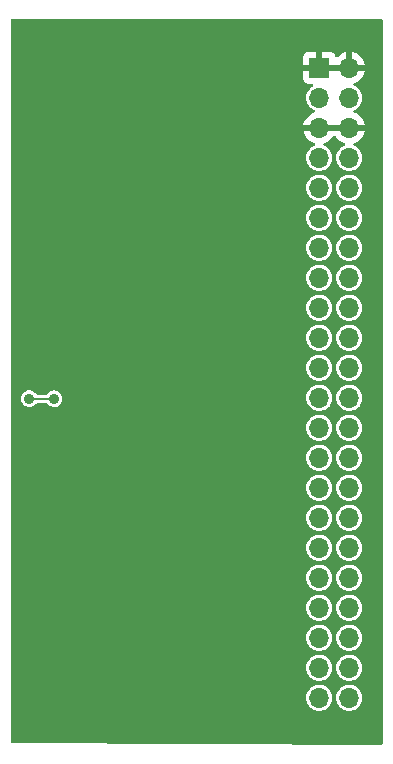
<source format=gbl>
G04 #@! TF.GenerationSoftware,KiCad,Pcbnew,(6.0.1)*
G04 #@! TF.CreationDate,2022-08-24T10:48:15-04:00*
G04 #@! TF.ProjectId,ITX-65C816,4954582d-3635-4433-9831-362e6b696361,2*
G04 #@! TF.SameCoordinates,Original*
G04 #@! TF.FileFunction,Copper,L2,Bot*
G04 #@! TF.FilePolarity,Positive*
%FSLAX46Y46*%
G04 Gerber Fmt 4.6, Leading zero omitted, Abs format (unit mm)*
G04 Created by KiCad (PCBNEW (6.0.1)) date 2022-08-24 10:48:15*
%MOMM*%
%LPD*%
G01*
G04 APERTURE LIST*
G04 #@! TA.AperFunction,ComponentPad*
%ADD10R,1.700000X1.700000*%
G04 #@! TD*
G04 #@! TA.AperFunction,ComponentPad*
%ADD11O,1.700000X1.700000*%
G04 #@! TD*
G04 #@! TA.AperFunction,ViaPad*
%ADD12C,0.889000*%
G04 #@! TD*
G04 #@! TA.AperFunction,Conductor*
%ADD13C,0.203200*%
G04 #@! TD*
G04 APERTURE END LIST*
D10*
X110388400Y-59385200D03*
D11*
X112928400Y-59385200D03*
X110388400Y-61925200D03*
X112928400Y-61925200D03*
X110388400Y-64465200D03*
X112928400Y-64465200D03*
X110388400Y-67005200D03*
X112928400Y-67005200D03*
X110388400Y-69545200D03*
X112928400Y-69545200D03*
X110388400Y-72085200D03*
X112928400Y-72085200D03*
X110388400Y-74625200D03*
X112928400Y-74625200D03*
X110388400Y-77165200D03*
X112928400Y-77165200D03*
X110388400Y-79705200D03*
X112928400Y-79705200D03*
X110388400Y-82245200D03*
X112928400Y-82245200D03*
X110388400Y-84785200D03*
X112928400Y-84785200D03*
X110388400Y-87325200D03*
X112928400Y-87325200D03*
X110388400Y-89865200D03*
X112928400Y-89865200D03*
X110388400Y-92405200D03*
X112928400Y-92405200D03*
X110388400Y-94945200D03*
X112928400Y-94945200D03*
X110388400Y-97485200D03*
X112928400Y-97485200D03*
X110388400Y-100025200D03*
X112928400Y-100025200D03*
X110388400Y-102565200D03*
X112928400Y-102565200D03*
X110388400Y-105105200D03*
X112928400Y-105105200D03*
X110388400Y-107645200D03*
X112928400Y-107645200D03*
X110388400Y-110185200D03*
X112928400Y-110185200D03*
X110388400Y-112725200D03*
X112928400Y-112725200D03*
D12*
X85839800Y-87401400D03*
X96316800Y-97688400D03*
X87934779Y-87414000D03*
X95910400Y-82270600D03*
D13*
X85852400Y-87414000D02*
X85839800Y-87401400D01*
X87934779Y-87414000D02*
X85852400Y-87414000D01*
G04 #@! TA.AperFunction,Conductor*
G36*
X115688121Y-55274002D02*
G01*
X115734614Y-55327658D01*
X115746000Y-55380000D01*
X115746000Y-116569054D01*
X115725998Y-116637175D01*
X115672342Y-116683668D01*
X115619506Y-116695053D01*
X100628448Y-116636100D01*
X84379503Y-116572200D01*
X84311463Y-116551931D01*
X84265181Y-116498093D01*
X84254000Y-116446202D01*
X84254000Y-112696164D01*
X109279548Y-112696164D01*
X109292824Y-112898722D01*
X109294245Y-112904318D01*
X109294246Y-112904323D01*
X109314519Y-112984145D01*
X109342792Y-113095469D01*
X109345209Y-113100712D01*
X109382410Y-113181408D01*
X109427777Y-113279816D01*
X109544933Y-113445589D01*
X109690338Y-113587235D01*
X109859120Y-113700012D01*
X109864423Y-113702290D01*
X109864426Y-113702292D01*
X109953107Y-113740392D01*
X110045628Y-113780142D01*
X110118644Y-113796664D01*
X110237979Y-113823667D01*
X110237984Y-113823668D01*
X110243616Y-113824942D01*
X110249387Y-113825169D01*
X110249389Y-113825169D01*
X110309156Y-113827517D01*
X110446453Y-113832912D01*
X110546899Y-113818348D01*
X110641631Y-113804613D01*
X110641636Y-113804612D01*
X110647345Y-113803784D01*
X110652809Y-113801929D01*
X110652814Y-113801928D01*
X110834093Y-113740392D01*
X110834098Y-113740390D01*
X110839565Y-113738534D01*
X111016676Y-113639347D01*
X111079334Y-113587235D01*
X111168313Y-113513231D01*
X111172745Y-113509545D01*
X111302547Y-113353476D01*
X111401734Y-113176365D01*
X111403590Y-113170898D01*
X111403592Y-113170893D01*
X111465128Y-112989614D01*
X111465129Y-112989609D01*
X111466984Y-112984145D01*
X111467812Y-112978436D01*
X111467813Y-112978431D01*
X111495579Y-112786927D01*
X111496112Y-112783253D01*
X111497632Y-112725200D01*
X111494964Y-112696164D01*
X111819548Y-112696164D01*
X111832824Y-112898722D01*
X111834245Y-112904318D01*
X111834246Y-112904323D01*
X111854519Y-112984145D01*
X111882792Y-113095469D01*
X111885209Y-113100712D01*
X111922410Y-113181408D01*
X111967777Y-113279816D01*
X112084933Y-113445589D01*
X112230338Y-113587235D01*
X112399120Y-113700012D01*
X112404423Y-113702290D01*
X112404426Y-113702292D01*
X112493107Y-113740392D01*
X112585628Y-113780142D01*
X112658644Y-113796664D01*
X112777979Y-113823667D01*
X112777984Y-113823668D01*
X112783616Y-113824942D01*
X112789387Y-113825169D01*
X112789389Y-113825169D01*
X112849156Y-113827517D01*
X112986453Y-113832912D01*
X113086899Y-113818348D01*
X113181631Y-113804613D01*
X113181636Y-113804612D01*
X113187345Y-113803784D01*
X113192809Y-113801929D01*
X113192814Y-113801928D01*
X113374093Y-113740392D01*
X113374098Y-113740390D01*
X113379565Y-113738534D01*
X113556676Y-113639347D01*
X113619334Y-113587235D01*
X113708313Y-113513231D01*
X113712745Y-113509545D01*
X113842547Y-113353476D01*
X113941734Y-113176365D01*
X113943590Y-113170898D01*
X113943592Y-113170893D01*
X114005128Y-112989614D01*
X114005129Y-112989609D01*
X114006984Y-112984145D01*
X114007812Y-112978436D01*
X114007813Y-112978431D01*
X114035579Y-112786927D01*
X114036112Y-112783253D01*
X114037632Y-112725200D01*
X114019058Y-112523059D01*
X114017490Y-112517499D01*
X113965525Y-112333246D01*
X113965524Y-112333244D01*
X113963957Y-112327687D01*
X113953378Y-112306233D01*
X113876731Y-112150809D01*
X113874176Y-112145628D01*
X113752720Y-111982979D01*
X113603658Y-111845187D01*
X113598775Y-111842106D01*
X113598771Y-111842103D01*
X113436864Y-111739948D01*
X113431981Y-111736867D01*
X113243439Y-111661646D01*
X113237779Y-111660520D01*
X113237775Y-111660519D01*
X113050013Y-111623171D01*
X113050010Y-111623171D01*
X113044346Y-111622044D01*
X113038571Y-111621968D01*
X113038567Y-111621968D01*
X112937193Y-111620641D01*
X112841371Y-111619387D01*
X112835674Y-111620366D01*
X112835673Y-111620366D01*
X112647007Y-111652785D01*
X112641310Y-111653764D01*
X112450863Y-111724024D01*
X112276410Y-111827812D01*
X112272070Y-111831618D01*
X112272066Y-111831621D01*
X112252123Y-111849111D01*
X112123792Y-111961655D01*
X111998120Y-112121069D01*
X111995431Y-112126180D01*
X111995429Y-112126183D01*
X111982473Y-112150809D01*
X111903603Y-112300715D01*
X111843407Y-112494578D01*
X111819548Y-112696164D01*
X111494964Y-112696164D01*
X111479058Y-112523059D01*
X111477490Y-112517499D01*
X111425525Y-112333246D01*
X111425524Y-112333244D01*
X111423957Y-112327687D01*
X111413378Y-112306233D01*
X111336731Y-112150809D01*
X111334176Y-112145628D01*
X111212720Y-111982979D01*
X111063658Y-111845187D01*
X111058775Y-111842106D01*
X111058771Y-111842103D01*
X110896864Y-111739948D01*
X110891981Y-111736867D01*
X110703439Y-111661646D01*
X110697779Y-111660520D01*
X110697775Y-111660519D01*
X110510013Y-111623171D01*
X110510010Y-111623171D01*
X110504346Y-111622044D01*
X110498571Y-111621968D01*
X110498567Y-111621968D01*
X110397193Y-111620641D01*
X110301371Y-111619387D01*
X110295674Y-111620366D01*
X110295673Y-111620366D01*
X110107007Y-111652785D01*
X110101310Y-111653764D01*
X109910863Y-111724024D01*
X109736410Y-111827812D01*
X109732070Y-111831618D01*
X109732066Y-111831621D01*
X109712123Y-111849111D01*
X109583792Y-111961655D01*
X109458120Y-112121069D01*
X109455431Y-112126180D01*
X109455429Y-112126183D01*
X109442473Y-112150809D01*
X109363603Y-112300715D01*
X109303407Y-112494578D01*
X109279548Y-112696164D01*
X84254000Y-112696164D01*
X84254000Y-110156164D01*
X109279548Y-110156164D01*
X109292824Y-110358722D01*
X109294245Y-110364318D01*
X109294246Y-110364323D01*
X109314519Y-110444145D01*
X109342792Y-110555469D01*
X109345209Y-110560712D01*
X109382410Y-110641408D01*
X109427777Y-110739816D01*
X109544933Y-110905589D01*
X109690338Y-111047235D01*
X109859120Y-111160012D01*
X109864423Y-111162290D01*
X109864426Y-111162292D01*
X109953107Y-111200392D01*
X110045628Y-111240142D01*
X110118644Y-111256664D01*
X110237979Y-111283667D01*
X110237984Y-111283668D01*
X110243616Y-111284942D01*
X110249387Y-111285169D01*
X110249389Y-111285169D01*
X110309156Y-111287517D01*
X110446453Y-111292912D01*
X110546899Y-111278348D01*
X110641631Y-111264613D01*
X110641636Y-111264612D01*
X110647345Y-111263784D01*
X110652809Y-111261929D01*
X110652814Y-111261928D01*
X110834093Y-111200392D01*
X110834098Y-111200390D01*
X110839565Y-111198534D01*
X111016676Y-111099347D01*
X111079334Y-111047235D01*
X111168313Y-110973231D01*
X111172745Y-110969545D01*
X111302547Y-110813476D01*
X111401734Y-110636365D01*
X111403590Y-110630898D01*
X111403592Y-110630893D01*
X111465128Y-110449614D01*
X111465129Y-110449609D01*
X111466984Y-110444145D01*
X111467812Y-110438436D01*
X111467813Y-110438431D01*
X111495579Y-110246927D01*
X111496112Y-110243253D01*
X111497632Y-110185200D01*
X111494964Y-110156164D01*
X111819548Y-110156164D01*
X111832824Y-110358722D01*
X111834245Y-110364318D01*
X111834246Y-110364323D01*
X111854519Y-110444145D01*
X111882792Y-110555469D01*
X111885209Y-110560712D01*
X111922410Y-110641408D01*
X111967777Y-110739816D01*
X112084933Y-110905589D01*
X112230338Y-111047235D01*
X112399120Y-111160012D01*
X112404423Y-111162290D01*
X112404426Y-111162292D01*
X112493107Y-111200392D01*
X112585628Y-111240142D01*
X112658644Y-111256664D01*
X112777979Y-111283667D01*
X112777984Y-111283668D01*
X112783616Y-111284942D01*
X112789387Y-111285169D01*
X112789389Y-111285169D01*
X112849156Y-111287517D01*
X112986453Y-111292912D01*
X113086899Y-111278348D01*
X113181631Y-111264613D01*
X113181636Y-111264612D01*
X113187345Y-111263784D01*
X113192809Y-111261929D01*
X113192814Y-111261928D01*
X113374093Y-111200392D01*
X113374098Y-111200390D01*
X113379565Y-111198534D01*
X113556676Y-111099347D01*
X113619334Y-111047235D01*
X113708313Y-110973231D01*
X113712745Y-110969545D01*
X113842547Y-110813476D01*
X113941734Y-110636365D01*
X113943590Y-110630898D01*
X113943592Y-110630893D01*
X114005128Y-110449614D01*
X114005129Y-110449609D01*
X114006984Y-110444145D01*
X114007812Y-110438436D01*
X114007813Y-110438431D01*
X114035579Y-110246927D01*
X114036112Y-110243253D01*
X114037632Y-110185200D01*
X114019058Y-109983059D01*
X114017490Y-109977499D01*
X113965525Y-109793246D01*
X113965524Y-109793244D01*
X113963957Y-109787687D01*
X113953378Y-109766233D01*
X113876731Y-109610809D01*
X113874176Y-109605628D01*
X113752720Y-109442979D01*
X113603658Y-109305187D01*
X113598775Y-109302106D01*
X113598771Y-109302103D01*
X113436864Y-109199948D01*
X113431981Y-109196867D01*
X113243439Y-109121646D01*
X113237779Y-109120520D01*
X113237775Y-109120519D01*
X113050013Y-109083171D01*
X113050010Y-109083171D01*
X113044346Y-109082044D01*
X113038571Y-109081968D01*
X113038567Y-109081968D01*
X112937193Y-109080641D01*
X112841371Y-109079387D01*
X112835674Y-109080366D01*
X112835673Y-109080366D01*
X112647007Y-109112785D01*
X112641310Y-109113764D01*
X112450863Y-109184024D01*
X112276410Y-109287812D01*
X112272070Y-109291618D01*
X112272066Y-109291621D01*
X112252123Y-109309111D01*
X112123792Y-109421655D01*
X111998120Y-109581069D01*
X111995431Y-109586180D01*
X111995429Y-109586183D01*
X111982473Y-109610809D01*
X111903603Y-109760715D01*
X111843407Y-109954578D01*
X111819548Y-110156164D01*
X111494964Y-110156164D01*
X111479058Y-109983059D01*
X111477490Y-109977499D01*
X111425525Y-109793246D01*
X111425524Y-109793244D01*
X111423957Y-109787687D01*
X111413378Y-109766233D01*
X111336731Y-109610809D01*
X111334176Y-109605628D01*
X111212720Y-109442979D01*
X111063658Y-109305187D01*
X111058775Y-109302106D01*
X111058771Y-109302103D01*
X110896864Y-109199948D01*
X110891981Y-109196867D01*
X110703439Y-109121646D01*
X110697779Y-109120520D01*
X110697775Y-109120519D01*
X110510013Y-109083171D01*
X110510010Y-109083171D01*
X110504346Y-109082044D01*
X110498571Y-109081968D01*
X110498567Y-109081968D01*
X110397193Y-109080641D01*
X110301371Y-109079387D01*
X110295674Y-109080366D01*
X110295673Y-109080366D01*
X110107007Y-109112785D01*
X110101310Y-109113764D01*
X109910863Y-109184024D01*
X109736410Y-109287812D01*
X109732070Y-109291618D01*
X109732066Y-109291621D01*
X109712123Y-109309111D01*
X109583792Y-109421655D01*
X109458120Y-109581069D01*
X109455431Y-109586180D01*
X109455429Y-109586183D01*
X109442473Y-109610809D01*
X109363603Y-109760715D01*
X109303407Y-109954578D01*
X109279548Y-110156164D01*
X84254000Y-110156164D01*
X84254000Y-107616164D01*
X109279548Y-107616164D01*
X109292824Y-107818722D01*
X109294245Y-107824318D01*
X109294246Y-107824323D01*
X109314519Y-107904145D01*
X109342792Y-108015469D01*
X109345209Y-108020712D01*
X109382410Y-108101408D01*
X109427777Y-108199816D01*
X109544933Y-108365589D01*
X109690338Y-108507235D01*
X109859120Y-108620012D01*
X109864423Y-108622290D01*
X109864426Y-108622292D01*
X109953107Y-108660392D01*
X110045628Y-108700142D01*
X110118644Y-108716664D01*
X110237979Y-108743667D01*
X110237984Y-108743668D01*
X110243616Y-108744942D01*
X110249387Y-108745169D01*
X110249389Y-108745169D01*
X110309156Y-108747517D01*
X110446453Y-108752912D01*
X110546899Y-108738348D01*
X110641631Y-108724613D01*
X110641636Y-108724612D01*
X110647345Y-108723784D01*
X110652809Y-108721929D01*
X110652814Y-108721928D01*
X110834093Y-108660392D01*
X110834098Y-108660390D01*
X110839565Y-108658534D01*
X111016676Y-108559347D01*
X111079334Y-108507235D01*
X111168313Y-108433231D01*
X111172745Y-108429545D01*
X111302547Y-108273476D01*
X111401734Y-108096365D01*
X111403590Y-108090898D01*
X111403592Y-108090893D01*
X111465128Y-107909614D01*
X111465129Y-107909609D01*
X111466984Y-107904145D01*
X111467812Y-107898436D01*
X111467813Y-107898431D01*
X111495579Y-107706927D01*
X111496112Y-107703253D01*
X111497632Y-107645200D01*
X111494964Y-107616164D01*
X111819548Y-107616164D01*
X111832824Y-107818722D01*
X111834245Y-107824318D01*
X111834246Y-107824323D01*
X111854519Y-107904145D01*
X111882792Y-108015469D01*
X111885209Y-108020712D01*
X111922410Y-108101408D01*
X111967777Y-108199816D01*
X112084933Y-108365589D01*
X112230338Y-108507235D01*
X112399120Y-108620012D01*
X112404423Y-108622290D01*
X112404426Y-108622292D01*
X112493107Y-108660392D01*
X112585628Y-108700142D01*
X112658644Y-108716664D01*
X112777979Y-108743667D01*
X112777984Y-108743668D01*
X112783616Y-108744942D01*
X112789387Y-108745169D01*
X112789389Y-108745169D01*
X112849156Y-108747517D01*
X112986453Y-108752912D01*
X113086899Y-108738348D01*
X113181631Y-108724613D01*
X113181636Y-108724612D01*
X113187345Y-108723784D01*
X113192809Y-108721929D01*
X113192814Y-108721928D01*
X113374093Y-108660392D01*
X113374098Y-108660390D01*
X113379565Y-108658534D01*
X113556676Y-108559347D01*
X113619334Y-108507235D01*
X113708313Y-108433231D01*
X113712745Y-108429545D01*
X113842547Y-108273476D01*
X113941734Y-108096365D01*
X113943590Y-108090898D01*
X113943592Y-108090893D01*
X114005128Y-107909614D01*
X114005129Y-107909609D01*
X114006984Y-107904145D01*
X114007812Y-107898436D01*
X114007813Y-107898431D01*
X114035579Y-107706927D01*
X114036112Y-107703253D01*
X114037632Y-107645200D01*
X114019058Y-107443059D01*
X114017490Y-107437499D01*
X113965525Y-107253246D01*
X113965524Y-107253244D01*
X113963957Y-107247687D01*
X113953378Y-107226233D01*
X113876731Y-107070809D01*
X113874176Y-107065628D01*
X113752720Y-106902979D01*
X113603658Y-106765187D01*
X113598775Y-106762106D01*
X113598771Y-106762103D01*
X113436864Y-106659948D01*
X113431981Y-106656867D01*
X113243439Y-106581646D01*
X113237779Y-106580520D01*
X113237775Y-106580519D01*
X113050013Y-106543171D01*
X113050010Y-106543171D01*
X113044346Y-106542044D01*
X113038571Y-106541968D01*
X113038567Y-106541968D01*
X112937193Y-106540641D01*
X112841371Y-106539387D01*
X112835674Y-106540366D01*
X112835673Y-106540366D01*
X112647007Y-106572785D01*
X112641310Y-106573764D01*
X112450863Y-106644024D01*
X112276410Y-106747812D01*
X112272070Y-106751618D01*
X112272066Y-106751621D01*
X112252123Y-106769111D01*
X112123792Y-106881655D01*
X111998120Y-107041069D01*
X111995431Y-107046180D01*
X111995429Y-107046183D01*
X111982473Y-107070809D01*
X111903603Y-107220715D01*
X111843407Y-107414578D01*
X111819548Y-107616164D01*
X111494964Y-107616164D01*
X111479058Y-107443059D01*
X111477490Y-107437499D01*
X111425525Y-107253246D01*
X111425524Y-107253244D01*
X111423957Y-107247687D01*
X111413378Y-107226233D01*
X111336731Y-107070809D01*
X111334176Y-107065628D01*
X111212720Y-106902979D01*
X111063658Y-106765187D01*
X111058775Y-106762106D01*
X111058771Y-106762103D01*
X110896864Y-106659948D01*
X110891981Y-106656867D01*
X110703439Y-106581646D01*
X110697779Y-106580520D01*
X110697775Y-106580519D01*
X110510013Y-106543171D01*
X110510010Y-106543171D01*
X110504346Y-106542044D01*
X110498571Y-106541968D01*
X110498567Y-106541968D01*
X110397193Y-106540641D01*
X110301371Y-106539387D01*
X110295674Y-106540366D01*
X110295673Y-106540366D01*
X110107007Y-106572785D01*
X110101310Y-106573764D01*
X109910863Y-106644024D01*
X109736410Y-106747812D01*
X109732070Y-106751618D01*
X109732066Y-106751621D01*
X109712123Y-106769111D01*
X109583792Y-106881655D01*
X109458120Y-107041069D01*
X109455431Y-107046180D01*
X109455429Y-107046183D01*
X109442473Y-107070809D01*
X109363603Y-107220715D01*
X109303407Y-107414578D01*
X109279548Y-107616164D01*
X84254000Y-107616164D01*
X84254000Y-105076164D01*
X109279548Y-105076164D01*
X109292824Y-105278722D01*
X109294245Y-105284318D01*
X109294246Y-105284323D01*
X109314519Y-105364145D01*
X109342792Y-105475469D01*
X109345209Y-105480712D01*
X109382410Y-105561408D01*
X109427777Y-105659816D01*
X109544933Y-105825589D01*
X109690338Y-105967235D01*
X109859120Y-106080012D01*
X109864423Y-106082290D01*
X109864426Y-106082292D01*
X109953107Y-106120392D01*
X110045628Y-106160142D01*
X110118644Y-106176664D01*
X110237979Y-106203667D01*
X110237984Y-106203668D01*
X110243616Y-106204942D01*
X110249387Y-106205169D01*
X110249389Y-106205169D01*
X110309156Y-106207517D01*
X110446453Y-106212912D01*
X110546899Y-106198348D01*
X110641631Y-106184613D01*
X110641636Y-106184612D01*
X110647345Y-106183784D01*
X110652809Y-106181929D01*
X110652814Y-106181928D01*
X110834093Y-106120392D01*
X110834098Y-106120390D01*
X110839565Y-106118534D01*
X111016676Y-106019347D01*
X111079334Y-105967235D01*
X111168313Y-105893231D01*
X111172745Y-105889545D01*
X111302547Y-105733476D01*
X111401734Y-105556365D01*
X111403590Y-105550898D01*
X111403592Y-105550893D01*
X111465128Y-105369614D01*
X111465129Y-105369609D01*
X111466984Y-105364145D01*
X111467812Y-105358436D01*
X111467813Y-105358431D01*
X111495579Y-105166927D01*
X111496112Y-105163253D01*
X111497632Y-105105200D01*
X111494964Y-105076164D01*
X111819548Y-105076164D01*
X111832824Y-105278722D01*
X111834245Y-105284318D01*
X111834246Y-105284323D01*
X111854519Y-105364145D01*
X111882792Y-105475469D01*
X111885209Y-105480712D01*
X111922410Y-105561408D01*
X111967777Y-105659816D01*
X112084933Y-105825589D01*
X112230338Y-105967235D01*
X112399120Y-106080012D01*
X112404423Y-106082290D01*
X112404426Y-106082292D01*
X112493107Y-106120392D01*
X112585628Y-106160142D01*
X112658644Y-106176664D01*
X112777979Y-106203667D01*
X112777984Y-106203668D01*
X112783616Y-106204942D01*
X112789387Y-106205169D01*
X112789389Y-106205169D01*
X112849156Y-106207517D01*
X112986453Y-106212912D01*
X113086899Y-106198348D01*
X113181631Y-106184613D01*
X113181636Y-106184612D01*
X113187345Y-106183784D01*
X113192809Y-106181929D01*
X113192814Y-106181928D01*
X113374093Y-106120392D01*
X113374098Y-106120390D01*
X113379565Y-106118534D01*
X113556676Y-106019347D01*
X113619334Y-105967235D01*
X113708313Y-105893231D01*
X113712745Y-105889545D01*
X113842547Y-105733476D01*
X113941734Y-105556365D01*
X113943590Y-105550898D01*
X113943592Y-105550893D01*
X114005128Y-105369614D01*
X114005129Y-105369609D01*
X114006984Y-105364145D01*
X114007812Y-105358436D01*
X114007813Y-105358431D01*
X114035579Y-105166927D01*
X114036112Y-105163253D01*
X114037632Y-105105200D01*
X114019058Y-104903059D01*
X114017490Y-104897499D01*
X113965525Y-104713246D01*
X113965524Y-104713244D01*
X113963957Y-104707687D01*
X113953378Y-104686233D01*
X113876731Y-104530809D01*
X113874176Y-104525628D01*
X113752720Y-104362979D01*
X113603658Y-104225187D01*
X113598775Y-104222106D01*
X113598771Y-104222103D01*
X113436864Y-104119948D01*
X113431981Y-104116867D01*
X113243439Y-104041646D01*
X113237779Y-104040520D01*
X113237775Y-104040519D01*
X113050013Y-104003171D01*
X113050010Y-104003171D01*
X113044346Y-104002044D01*
X113038571Y-104001968D01*
X113038567Y-104001968D01*
X112937193Y-104000641D01*
X112841371Y-103999387D01*
X112835674Y-104000366D01*
X112835673Y-104000366D01*
X112647007Y-104032785D01*
X112641310Y-104033764D01*
X112450863Y-104104024D01*
X112276410Y-104207812D01*
X112272070Y-104211618D01*
X112272066Y-104211621D01*
X112252123Y-104229111D01*
X112123792Y-104341655D01*
X111998120Y-104501069D01*
X111995431Y-104506180D01*
X111995429Y-104506183D01*
X111982473Y-104530809D01*
X111903603Y-104680715D01*
X111843407Y-104874578D01*
X111819548Y-105076164D01*
X111494964Y-105076164D01*
X111479058Y-104903059D01*
X111477490Y-104897499D01*
X111425525Y-104713246D01*
X111425524Y-104713244D01*
X111423957Y-104707687D01*
X111413378Y-104686233D01*
X111336731Y-104530809D01*
X111334176Y-104525628D01*
X111212720Y-104362979D01*
X111063658Y-104225187D01*
X111058775Y-104222106D01*
X111058771Y-104222103D01*
X110896864Y-104119948D01*
X110891981Y-104116867D01*
X110703439Y-104041646D01*
X110697779Y-104040520D01*
X110697775Y-104040519D01*
X110510013Y-104003171D01*
X110510010Y-104003171D01*
X110504346Y-104002044D01*
X110498571Y-104001968D01*
X110498567Y-104001968D01*
X110397193Y-104000641D01*
X110301371Y-103999387D01*
X110295674Y-104000366D01*
X110295673Y-104000366D01*
X110107007Y-104032785D01*
X110101310Y-104033764D01*
X109910863Y-104104024D01*
X109736410Y-104207812D01*
X109732070Y-104211618D01*
X109732066Y-104211621D01*
X109712123Y-104229111D01*
X109583792Y-104341655D01*
X109458120Y-104501069D01*
X109455431Y-104506180D01*
X109455429Y-104506183D01*
X109442473Y-104530809D01*
X109363603Y-104680715D01*
X109303407Y-104874578D01*
X109279548Y-105076164D01*
X84254000Y-105076164D01*
X84254000Y-102536164D01*
X109279548Y-102536164D01*
X109292824Y-102738722D01*
X109294245Y-102744318D01*
X109294246Y-102744323D01*
X109314519Y-102824145D01*
X109342792Y-102935469D01*
X109345209Y-102940712D01*
X109382410Y-103021408D01*
X109427777Y-103119816D01*
X109544933Y-103285589D01*
X109690338Y-103427235D01*
X109859120Y-103540012D01*
X109864423Y-103542290D01*
X109864426Y-103542292D01*
X109953107Y-103580392D01*
X110045628Y-103620142D01*
X110118644Y-103636664D01*
X110237979Y-103663667D01*
X110237984Y-103663668D01*
X110243616Y-103664942D01*
X110249387Y-103665169D01*
X110249389Y-103665169D01*
X110309156Y-103667517D01*
X110446453Y-103672912D01*
X110546899Y-103658348D01*
X110641631Y-103644613D01*
X110641636Y-103644612D01*
X110647345Y-103643784D01*
X110652809Y-103641929D01*
X110652814Y-103641928D01*
X110834093Y-103580392D01*
X110834098Y-103580390D01*
X110839565Y-103578534D01*
X111016676Y-103479347D01*
X111079334Y-103427235D01*
X111168313Y-103353231D01*
X111172745Y-103349545D01*
X111302547Y-103193476D01*
X111401734Y-103016365D01*
X111403590Y-103010898D01*
X111403592Y-103010893D01*
X111465128Y-102829614D01*
X111465129Y-102829609D01*
X111466984Y-102824145D01*
X111467812Y-102818436D01*
X111467813Y-102818431D01*
X111495579Y-102626927D01*
X111496112Y-102623253D01*
X111497632Y-102565200D01*
X111494964Y-102536164D01*
X111819548Y-102536164D01*
X111832824Y-102738722D01*
X111834245Y-102744318D01*
X111834246Y-102744323D01*
X111854519Y-102824145D01*
X111882792Y-102935469D01*
X111885209Y-102940712D01*
X111922410Y-103021408D01*
X111967777Y-103119816D01*
X112084933Y-103285589D01*
X112230338Y-103427235D01*
X112399120Y-103540012D01*
X112404423Y-103542290D01*
X112404426Y-103542292D01*
X112493107Y-103580392D01*
X112585628Y-103620142D01*
X112658644Y-103636664D01*
X112777979Y-103663667D01*
X112777984Y-103663668D01*
X112783616Y-103664942D01*
X112789387Y-103665169D01*
X112789389Y-103665169D01*
X112849156Y-103667517D01*
X112986453Y-103672912D01*
X113086899Y-103658348D01*
X113181631Y-103644613D01*
X113181636Y-103644612D01*
X113187345Y-103643784D01*
X113192809Y-103641929D01*
X113192814Y-103641928D01*
X113374093Y-103580392D01*
X113374098Y-103580390D01*
X113379565Y-103578534D01*
X113556676Y-103479347D01*
X113619334Y-103427235D01*
X113708313Y-103353231D01*
X113712745Y-103349545D01*
X113842547Y-103193476D01*
X113941734Y-103016365D01*
X113943590Y-103010898D01*
X113943592Y-103010893D01*
X114005128Y-102829614D01*
X114005129Y-102829609D01*
X114006984Y-102824145D01*
X114007812Y-102818436D01*
X114007813Y-102818431D01*
X114035579Y-102626927D01*
X114036112Y-102623253D01*
X114037632Y-102565200D01*
X114019058Y-102363059D01*
X114017490Y-102357499D01*
X113965525Y-102173246D01*
X113965524Y-102173244D01*
X113963957Y-102167687D01*
X113953378Y-102146233D01*
X113876731Y-101990809D01*
X113874176Y-101985628D01*
X113752720Y-101822979D01*
X113603658Y-101685187D01*
X113598775Y-101682106D01*
X113598771Y-101682103D01*
X113436864Y-101579948D01*
X113431981Y-101576867D01*
X113243439Y-101501646D01*
X113237779Y-101500520D01*
X113237775Y-101500519D01*
X113050013Y-101463171D01*
X113050010Y-101463171D01*
X113044346Y-101462044D01*
X113038571Y-101461968D01*
X113038567Y-101461968D01*
X112937193Y-101460641D01*
X112841371Y-101459387D01*
X112835674Y-101460366D01*
X112835673Y-101460366D01*
X112647007Y-101492785D01*
X112641310Y-101493764D01*
X112450863Y-101564024D01*
X112276410Y-101667812D01*
X112272070Y-101671618D01*
X112272066Y-101671621D01*
X112252123Y-101689111D01*
X112123792Y-101801655D01*
X111998120Y-101961069D01*
X111995431Y-101966180D01*
X111995429Y-101966183D01*
X111982473Y-101990809D01*
X111903603Y-102140715D01*
X111843407Y-102334578D01*
X111819548Y-102536164D01*
X111494964Y-102536164D01*
X111479058Y-102363059D01*
X111477490Y-102357499D01*
X111425525Y-102173246D01*
X111425524Y-102173244D01*
X111423957Y-102167687D01*
X111413378Y-102146233D01*
X111336731Y-101990809D01*
X111334176Y-101985628D01*
X111212720Y-101822979D01*
X111063658Y-101685187D01*
X111058775Y-101682106D01*
X111058771Y-101682103D01*
X110896864Y-101579948D01*
X110891981Y-101576867D01*
X110703439Y-101501646D01*
X110697779Y-101500520D01*
X110697775Y-101500519D01*
X110510013Y-101463171D01*
X110510010Y-101463171D01*
X110504346Y-101462044D01*
X110498571Y-101461968D01*
X110498567Y-101461968D01*
X110397193Y-101460641D01*
X110301371Y-101459387D01*
X110295674Y-101460366D01*
X110295673Y-101460366D01*
X110107007Y-101492785D01*
X110101310Y-101493764D01*
X109910863Y-101564024D01*
X109736410Y-101667812D01*
X109732070Y-101671618D01*
X109732066Y-101671621D01*
X109712123Y-101689111D01*
X109583792Y-101801655D01*
X109458120Y-101961069D01*
X109455431Y-101966180D01*
X109455429Y-101966183D01*
X109442473Y-101990809D01*
X109363603Y-102140715D01*
X109303407Y-102334578D01*
X109279548Y-102536164D01*
X84254000Y-102536164D01*
X84254000Y-99996164D01*
X109279548Y-99996164D01*
X109292824Y-100198722D01*
X109294245Y-100204318D01*
X109294246Y-100204323D01*
X109314519Y-100284145D01*
X109342792Y-100395469D01*
X109345209Y-100400712D01*
X109382410Y-100481408D01*
X109427777Y-100579816D01*
X109544933Y-100745589D01*
X109690338Y-100887235D01*
X109859120Y-101000012D01*
X109864423Y-101002290D01*
X109864426Y-101002292D01*
X109953107Y-101040392D01*
X110045628Y-101080142D01*
X110118644Y-101096664D01*
X110237979Y-101123667D01*
X110237984Y-101123668D01*
X110243616Y-101124942D01*
X110249387Y-101125169D01*
X110249389Y-101125169D01*
X110309156Y-101127517D01*
X110446453Y-101132912D01*
X110546899Y-101118348D01*
X110641631Y-101104613D01*
X110641636Y-101104612D01*
X110647345Y-101103784D01*
X110652809Y-101101929D01*
X110652814Y-101101928D01*
X110834093Y-101040392D01*
X110834098Y-101040390D01*
X110839565Y-101038534D01*
X111016676Y-100939347D01*
X111079334Y-100887235D01*
X111168313Y-100813231D01*
X111172745Y-100809545D01*
X111302547Y-100653476D01*
X111401734Y-100476365D01*
X111403590Y-100470898D01*
X111403592Y-100470893D01*
X111465128Y-100289614D01*
X111465129Y-100289609D01*
X111466984Y-100284145D01*
X111467812Y-100278436D01*
X111467813Y-100278431D01*
X111495579Y-100086927D01*
X111496112Y-100083253D01*
X111497632Y-100025200D01*
X111494964Y-99996164D01*
X111819548Y-99996164D01*
X111832824Y-100198722D01*
X111834245Y-100204318D01*
X111834246Y-100204323D01*
X111854519Y-100284145D01*
X111882792Y-100395469D01*
X111885209Y-100400712D01*
X111922410Y-100481408D01*
X111967777Y-100579816D01*
X112084933Y-100745589D01*
X112230338Y-100887235D01*
X112399120Y-101000012D01*
X112404423Y-101002290D01*
X112404426Y-101002292D01*
X112493107Y-101040392D01*
X112585628Y-101080142D01*
X112658644Y-101096664D01*
X112777979Y-101123667D01*
X112777984Y-101123668D01*
X112783616Y-101124942D01*
X112789387Y-101125169D01*
X112789389Y-101125169D01*
X112849156Y-101127517D01*
X112986453Y-101132912D01*
X113086899Y-101118348D01*
X113181631Y-101104613D01*
X113181636Y-101104612D01*
X113187345Y-101103784D01*
X113192809Y-101101929D01*
X113192814Y-101101928D01*
X113374093Y-101040392D01*
X113374098Y-101040390D01*
X113379565Y-101038534D01*
X113556676Y-100939347D01*
X113619334Y-100887235D01*
X113708313Y-100813231D01*
X113712745Y-100809545D01*
X113842547Y-100653476D01*
X113941734Y-100476365D01*
X113943590Y-100470898D01*
X113943592Y-100470893D01*
X114005128Y-100289614D01*
X114005129Y-100289609D01*
X114006984Y-100284145D01*
X114007812Y-100278436D01*
X114007813Y-100278431D01*
X114035579Y-100086927D01*
X114036112Y-100083253D01*
X114037632Y-100025200D01*
X114019058Y-99823059D01*
X114017490Y-99817499D01*
X113965525Y-99633246D01*
X113965524Y-99633244D01*
X113963957Y-99627687D01*
X113953378Y-99606233D01*
X113876731Y-99450809D01*
X113874176Y-99445628D01*
X113752720Y-99282979D01*
X113603658Y-99145187D01*
X113598775Y-99142106D01*
X113598771Y-99142103D01*
X113436864Y-99039948D01*
X113431981Y-99036867D01*
X113243439Y-98961646D01*
X113237779Y-98960520D01*
X113237775Y-98960519D01*
X113050013Y-98923171D01*
X113050010Y-98923171D01*
X113044346Y-98922044D01*
X113038571Y-98921968D01*
X113038567Y-98921968D01*
X112937193Y-98920641D01*
X112841371Y-98919387D01*
X112835674Y-98920366D01*
X112835673Y-98920366D01*
X112647007Y-98952785D01*
X112641310Y-98953764D01*
X112450863Y-99024024D01*
X112276410Y-99127812D01*
X112272070Y-99131618D01*
X112272066Y-99131621D01*
X112252123Y-99149111D01*
X112123792Y-99261655D01*
X111998120Y-99421069D01*
X111995431Y-99426180D01*
X111995429Y-99426183D01*
X111982473Y-99450809D01*
X111903603Y-99600715D01*
X111843407Y-99794578D01*
X111819548Y-99996164D01*
X111494964Y-99996164D01*
X111479058Y-99823059D01*
X111477490Y-99817499D01*
X111425525Y-99633246D01*
X111425524Y-99633244D01*
X111423957Y-99627687D01*
X111413378Y-99606233D01*
X111336731Y-99450809D01*
X111334176Y-99445628D01*
X111212720Y-99282979D01*
X111063658Y-99145187D01*
X111058775Y-99142106D01*
X111058771Y-99142103D01*
X110896864Y-99039948D01*
X110891981Y-99036867D01*
X110703439Y-98961646D01*
X110697779Y-98960520D01*
X110697775Y-98960519D01*
X110510013Y-98923171D01*
X110510010Y-98923171D01*
X110504346Y-98922044D01*
X110498571Y-98921968D01*
X110498567Y-98921968D01*
X110397193Y-98920641D01*
X110301371Y-98919387D01*
X110295674Y-98920366D01*
X110295673Y-98920366D01*
X110107007Y-98952785D01*
X110101310Y-98953764D01*
X109910863Y-99024024D01*
X109736410Y-99127812D01*
X109732070Y-99131618D01*
X109732066Y-99131621D01*
X109712123Y-99149111D01*
X109583792Y-99261655D01*
X109458120Y-99421069D01*
X109455431Y-99426180D01*
X109455429Y-99426183D01*
X109442473Y-99450809D01*
X109363603Y-99600715D01*
X109303407Y-99794578D01*
X109279548Y-99996164D01*
X84254000Y-99996164D01*
X84254000Y-97456164D01*
X109279548Y-97456164D01*
X109292824Y-97658722D01*
X109294245Y-97664318D01*
X109294246Y-97664323D01*
X109314519Y-97744145D01*
X109342792Y-97855469D01*
X109345209Y-97860712D01*
X109382410Y-97941408D01*
X109427777Y-98039816D01*
X109544933Y-98205589D01*
X109690338Y-98347235D01*
X109859120Y-98460012D01*
X109864423Y-98462290D01*
X109864426Y-98462292D01*
X109953107Y-98500392D01*
X110045628Y-98540142D01*
X110118644Y-98556664D01*
X110237979Y-98583667D01*
X110237984Y-98583668D01*
X110243616Y-98584942D01*
X110249387Y-98585169D01*
X110249389Y-98585169D01*
X110309156Y-98587517D01*
X110446453Y-98592912D01*
X110546899Y-98578348D01*
X110641631Y-98564613D01*
X110641636Y-98564612D01*
X110647345Y-98563784D01*
X110652809Y-98561929D01*
X110652814Y-98561928D01*
X110834093Y-98500392D01*
X110834098Y-98500390D01*
X110839565Y-98498534D01*
X111016676Y-98399347D01*
X111079334Y-98347235D01*
X111168313Y-98273231D01*
X111172745Y-98269545D01*
X111302547Y-98113476D01*
X111401734Y-97936365D01*
X111403590Y-97930898D01*
X111403592Y-97930893D01*
X111465128Y-97749614D01*
X111465129Y-97749609D01*
X111466984Y-97744145D01*
X111467812Y-97738436D01*
X111467813Y-97738431D01*
X111495579Y-97546927D01*
X111496112Y-97543253D01*
X111497632Y-97485200D01*
X111494964Y-97456164D01*
X111819548Y-97456164D01*
X111832824Y-97658722D01*
X111834245Y-97664318D01*
X111834246Y-97664323D01*
X111854519Y-97744145D01*
X111882792Y-97855469D01*
X111885209Y-97860712D01*
X111922410Y-97941408D01*
X111967777Y-98039816D01*
X112084933Y-98205589D01*
X112230338Y-98347235D01*
X112399120Y-98460012D01*
X112404423Y-98462290D01*
X112404426Y-98462292D01*
X112493107Y-98500392D01*
X112585628Y-98540142D01*
X112658644Y-98556664D01*
X112777979Y-98583667D01*
X112777984Y-98583668D01*
X112783616Y-98584942D01*
X112789387Y-98585169D01*
X112789389Y-98585169D01*
X112849156Y-98587517D01*
X112986453Y-98592912D01*
X113086899Y-98578348D01*
X113181631Y-98564613D01*
X113181636Y-98564612D01*
X113187345Y-98563784D01*
X113192809Y-98561929D01*
X113192814Y-98561928D01*
X113374093Y-98500392D01*
X113374098Y-98500390D01*
X113379565Y-98498534D01*
X113556676Y-98399347D01*
X113619334Y-98347235D01*
X113708313Y-98273231D01*
X113712745Y-98269545D01*
X113842547Y-98113476D01*
X113941734Y-97936365D01*
X113943590Y-97930898D01*
X113943592Y-97930893D01*
X114005128Y-97749614D01*
X114005129Y-97749609D01*
X114006984Y-97744145D01*
X114007812Y-97738436D01*
X114007813Y-97738431D01*
X114035579Y-97546927D01*
X114036112Y-97543253D01*
X114037632Y-97485200D01*
X114019058Y-97283059D01*
X114017490Y-97277499D01*
X113965525Y-97093246D01*
X113965524Y-97093244D01*
X113963957Y-97087687D01*
X113953378Y-97066233D01*
X113876731Y-96910809D01*
X113874176Y-96905628D01*
X113752720Y-96742979D01*
X113603658Y-96605187D01*
X113598775Y-96602106D01*
X113598771Y-96602103D01*
X113436864Y-96499948D01*
X113431981Y-96496867D01*
X113243439Y-96421646D01*
X113237779Y-96420520D01*
X113237775Y-96420519D01*
X113050013Y-96383171D01*
X113050010Y-96383171D01*
X113044346Y-96382044D01*
X113038571Y-96381968D01*
X113038567Y-96381968D01*
X112937193Y-96380641D01*
X112841371Y-96379387D01*
X112835674Y-96380366D01*
X112835673Y-96380366D01*
X112647007Y-96412785D01*
X112641310Y-96413764D01*
X112450863Y-96484024D01*
X112276410Y-96587812D01*
X112272070Y-96591618D01*
X112272066Y-96591621D01*
X112252123Y-96609111D01*
X112123792Y-96721655D01*
X111998120Y-96881069D01*
X111995431Y-96886180D01*
X111995429Y-96886183D01*
X111982473Y-96910809D01*
X111903603Y-97060715D01*
X111843407Y-97254578D01*
X111819548Y-97456164D01*
X111494964Y-97456164D01*
X111479058Y-97283059D01*
X111477490Y-97277499D01*
X111425525Y-97093246D01*
X111425524Y-97093244D01*
X111423957Y-97087687D01*
X111413378Y-97066233D01*
X111336731Y-96910809D01*
X111334176Y-96905628D01*
X111212720Y-96742979D01*
X111063658Y-96605187D01*
X111058775Y-96602106D01*
X111058771Y-96602103D01*
X110896864Y-96499948D01*
X110891981Y-96496867D01*
X110703439Y-96421646D01*
X110697779Y-96420520D01*
X110697775Y-96420519D01*
X110510013Y-96383171D01*
X110510010Y-96383171D01*
X110504346Y-96382044D01*
X110498571Y-96381968D01*
X110498567Y-96381968D01*
X110397193Y-96380641D01*
X110301371Y-96379387D01*
X110295674Y-96380366D01*
X110295673Y-96380366D01*
X110107007Y-96412785D01*
X110101310Y-96413764D01*
X109910863Y-96484024D01*
X109736410Y-96587812D01*
X109732070Y-96591618D01*
X109732066Y-96591621D01*
X109712123Y-96609111D01*
X109583792Y-96721655D01*
X109458120Y-96881069D01*
X109455431Y-96886180D01*
X109455429Y-96886183D01*
X109442473Y-96910809D01*
X109363603Y-97060715D01*
X109303407Y-97254578D01*
X109279548Y-97456164D01*
X84254000Y-97456164D01*
X84254000Y-94916164D01*
X109279548Y-94916164D01*
X109292824Y-95118722D01*
X109294245Y-95124318D01*
X109294246Y-95124323D01*
X109314519Y-95204145D01*
X109342792Y-95315469D01*
X109345209Y-95320712D01*
X109382410Y-95401408D01*
X109427777Y-95499816D01*
X109544933Y-95665589D01*
X109690338Y-95807235D01*
X109859120Y-95920012D01*
X109864423Y-95922290D01*
X109864426Y-95922292D01*
X109953107Y-95960392D01*
X110045628Y-96000142D01*
X110118644Y-96016664D01*
X110237979Y-96043667D01*
X110237984Y-96043668D01*
X110243616Y-96044942D01*
X110249387Y-96045169D01*
X110249389Y-96045169D01*
X110309156Y-96047517D01*
X110446453Y-96052912D01*
X110546899Y-96038348D01*
X110641631Y-96024613D01*
X110641636Y-96024612D01*
X110647345Y-96023784D01*
X110652809Y-96021929D01*
X110652814Y-96021928D01*
X110834093Y-95960392D01*
X110834098Y-95960390D01*
X110839565Y-95958534D01*
X111016676Y-95859347D01*
X111079334Y-95807235D01*
X111168313Y-95733231D01*
X111172745Y-95729545D01*
X111302547Y-95573476D01*
X111401734Y-95396365D01*
X111403590Y-95390898D01*
X111403592Y-95390893D01*
X111465128Y-95209614D01*
X111465129Y-95209609D01*
X111466984Y-95204145D01*
X111467812Y-95198436D01*
X111467813Y-95198431D01*
X111495579Y-95006927D01*
X111496112Y-95003253D01*
X111497632Y-94945200D01*
X111494964Y-94916164D01*
X111819548Y-94916164D01*
X111832824Y-95118722D01*
X111834245Y-95124318D01*
X111834246Y-95124323D01*
X111854519Y-95204145D01*
X111882792Y-95315469D01*
X111885209Y-95320712D01*
X111922410Y-95401408D01*
X111967777Y-95499816D01*
X112084933Y-95665589D01*
X112230338Y-95807235D01*
X112399120Y-95920012D01*
X112404423Y-95922290D01*
X112404426Y-95922292D01*
X112493107Y-95960392D01*
X112585628Y-96000142D01*
X112658644Y-96016664D01*
X112777979Y-96043667D01*
X112777984Y-96043668D01*
X112783616Y-96044942D01*
X112789387Y-96045169D01*
X112789389Y-96045169D01*
X112849156Y-96047517D01*
X112986453Y-96052912D01*
X113086899Y-96038348D01*
X113181631Y-96024613D01*
X113181636Y-96024612D01*
X113187345Y-96023784D01*
X113192809Y-96021929D01*
X113192814Y-96021928D01*
X113374093Y-95960392D01*
X113374098Y-95960390D01*
X113379565Y-95958534D01*
X113556676Y-95859347D01*
X113619334Y-95807235D01*
X113708313Y-95733231D01*
X113712745Y-95729545D01*
X113842547Y-95573476D01*
X113941734Y-95396365D01*
X113943590Y-95390898D01*
X113943592Y-95390893D01*
X114005128Y-95209614D01*
X114005129Y-95209609D01*
X114006984Y-95204145D01*
X114007812Y-95198436D01*
X114007813Y-95198431D01*
X114035579Y-95006927D01*
X114036112Y-95003253D01*
X114037632Y-94945200D01*
X114019058Y-94743059D01*
X114017490Y-94737499D01*
X113965525Y-94553246D01*
X113965524Y-94553244D01*
X113963957Y-94547687D01*
X113953378Y-94526233D01*
X113876731Y-94370809D01*
X113874176Y-94365628D01*
X113752720Y-94202979D01*
X113603658Y-94065187D01*
X113598775Y-94062106D01*
X113598771Y-94062103D01*
X113436864Y-93959948D01*
X113431981Y-93956867D01*
X113243439Y-93881646D01*
X113237779Y-93880520D01*
X113237775Y-93880519D01*
X113050013Y-93843171D01*
X113050010Y-93843171D01*
X113044346Y-93842044D01*
X113038571Y-93841968D01*
X113038567Y-93841968D01*
X112937193Y-93840641D01*
X112841371Y-93839387D01*
X112835674Y-93840366D01*
X112835673Y-93840366D01*
X112647007Y-93872785D01*
X112641310Y-93873764D01*
X112450863Y-93944024D01*
X112276410Y-94047812D01*
X112272070Y-94051618D01*
X112272066Y-94051621D01*
X112252123Y-94069111D01*
X112123792Y-94181655D01*
X111998120Y-94341069D01*
X111995431Y-94346180D01*
X111995429Y-94346183D01*
X111982473Y-94370809D01*
X111903603Y-94520715D01*
X111843407Y-94714578D01*
X111819548Y-94916164D01*
X111494964Y-94916164D01*
X111479058Y-94743059D01*
X111477490Y-94737499D01*
X111425525Y-94553246D01*
X111425524Y-94553244D01*
X111423957Y-94547687D01*
X111413378Y-94526233D01*
X111336731Y-94370809D01*
X111334176Y-94365628D01*
X111212720Y-94202979D01*
X111063658Y-94065187D01*
X111058775Y-94062106D01*
X111058771Y-94062103D01*
X110896864Y-93959948D01*
X110891981Y-93956867D01*
X110703439Y-93881646D01*
X110697779Y-93880520D01*
X110697775Y-93880519D01*
X110510013Y-93843171D01*
X110510010Y-93843171D01*
X110504346Y-93842044D01*
X110498571Y-93841968D01*
X110498567Y-93841968D01*
X110397193Y-93840641D01*
X110301371Y-93839387D01*
X110295674Y-93840366D01*
X110295673Y-93840366D01*
X110107007Y-93872785D01*
X110101310Y-93873764D01*
X109910863Y-93944024D01*
X109736410Y-94047812D01*
X109732070Y-94051618D01*
X109732066Y-94051621D01*
X109712123Y-94069111D01*
X109583792Y-94181655D01*
X109458120Y-94341069D01*
X109455431Y-94346180D01*
X109455429Y-94346183D01*
X109442473Y-94370809D01*
X109363603Y-94520715D01*
X109303407Y-94714578D01*
X109279548Y-94916164D01*
X84254000Y-94916164D01*
X84254000Y-92376164D01*
X109279548Y-92376164D01*
X109292824Y-92578722D01*
X109294245Y-92584318D01*
X109294246Y-92584323D01*
X109314519Y-92664145D01*
X109342792Y-92775469D01*
X109345209Y-92780712D01*
X109382410Y-92861408D01*
X109427777Y-92959816D01*
X109544933Y-93125589D01*
X109690338Y-93267235D01*
X109859120Y-93380012D01*
X109864423Y-93382290D01*
X109864426Y-93382292D01*
X109953107Y-93420392D01*
X110045628Y-93460142D01*
X110118644Y-93476664D01*
X110237979Y-93503667D01*
X110237984Y-93503668D01*
X110243616Y-93504942D01*
X110249387Y-93505169D01*
X110249389Y-93505169D01*
X110309156Y-93507517D01*
X110446453Y-93512912D01*
X110546899Y-93498348D01*
X110641631Y-93484613D01*
X110641636Y-93484612D01*
X110647345Y-93483784D01*
X110652809Y-93481929D01*
X110652814Y-93481928D01*
X110834093Y-93420392D01*
X110834098Y-93420390D01*
X110839565Y-93418534D01*
X111016676Y-93319347D01*
X111079334Y-93267235D01*
X111168313Y-93193231D01*
X111172745Y-93189545D01*
X111302547Y-93033476D01*
X111401734Y-92856365D01*
X111403590Y-92850898D01*
X111403592Y-92850893D01*
X111465128Y-92669614D01*
X111465129Y-92669609D01*
X111466984Y-92664145D01*
X111467812Y-92658436D01*
X111467813Y-92658431D01*
X111495579Y-92466927D01*
X111496112Y-92463253D01*
X111497632Y-92405200D01*
X111494964Y-92376164D01*
X111819548Y-92376164D01*
X111832824Y-92578722D01*
X111834245Y-92584318D01*
X111834246Y-92584323D01*
X111854519Y-92664145D01*
X111882792Y-92775469D01*
X111885209Y-92780712D01*
X111922410Y-92861408D01*
X111967777Y-92959816D01*
X112084933Y-93125589D01*
X112230338Y-93267235D01*
X112399120Y-93380012D01*
X112404423Y-93382290D01*
X112404426Y-93382292D01*
X112493107Y-93420392D01*
X112585628Y-93460142D01*
X112658644Y-93476664D01*
X112777979Y-93503667D01*
X112777984Y-93503668D01*
X112783616Y-93504942D01*
X112789387Y-93505169D01*
X112789389Y-93505169D01*
X112849156Y-93507517D01*
X112986453Y-93512912D01*
X113086899Y-93498348D01*
X113181631Y-93484613D01*
X113181636Y-93484612D01*
X113187345Y-93483784D01*
X113192809Y-93481929D01*
X113192814Y-93481928D01*
X113374093Y-93420392D01*
X113374098Y-93420390D01*
X113379565Y-93418534D01*
X113556676Y-93319347D01*
X113619334Y-93267235D01*
X113708313Y-93193231D01*
X113712745Y-93189545D01*
X113842547Y-93033476D01*
X113941734Y-92856365D01*
X113943590Y-92850898D01*
X113943592Y-92850893D01*
X114005128Y-92669614D01*
X114005129Y-92669609D01*
X114006984Y-92664145D01*
X114007812Y-92658436D01*
X114007813Y-92658431D01*
X114035579Y-92466927D01*
X114036112Y-92463253D01*
X114037632Y-92405200D01*
X114019058Y-92203059D01*
X114017490Y-92197499D01*
X113965525Y-92013246D01*
X113965524Y-92013244D01*
X113963957Y-92007687D01*
X113953378Y-91986233D01*
X113876731Y-91830809D01*
X113874176Y-91825628D01*
X113752720Y-91662979D01*
X113603658Y-91525187D01*
X113598775Y-91522106D01*
X113598771Y-91522103D01*
X113436864Y-91419948D01*
X113431981Y-91416867D01*
X113243439Y-91341646D01*
X113237779Y-91340520D01*
X113237775Y-91340519D01*
X113050013Y-91303171D01*
X113050010Y-91303171D01*
X113044346Y-91302044D01*
X113038571Y-91301968D01*
X113038567Y-91301968D01*
X112937193Y-91300641D01*
X112841371Y-91299387D01*
X112835674Y-91300366D01*
X112835673Y-91300366D01*
X112647007Y-91332785D01*
X112641310Y-91333764D01*
X112450863Y-91404024D01*
X112276410Y-91507812D01*
X112272070Y-91511618D01*
X112272066Y-91511621D01*
X112252123Y-91529111D01*
X112123792Y-91641655D01*
X111998120Y-91801069D01*
X111995431Y-91806180D01*
X111995429Y-91806183D01*
X111982473Y-91830809D01*
X111903603Y-91980715D01*
X111843407Y-92174578D01*
X111819548Y-92376164D01*
X111494964Y-92376164D01*
X111479058Y-92203059D01*
X111477490Y-92197499D01*
X111425525Y-92013246D01*
X111425524Y-92013244D01*
X111423957Y-92007687D01*
X111413378Y-91986233D01*
X111336731Y-91830809D01*
X111334176Y-91825628D01*
X111212720Y-91662979D01*
X111063658Y-91525187D01*
X111058775Y-91522106D01*
X111058771Y-91522103D01*
X110896864Y-91419948D01*
X110891981Y-91416867D01*
X110703439Y-91341646D01*
X110697779Y-91340520D01*
X110697775Y-91340519D01*
X110510013Y-91303171D01*
X110510010Y-91303171D01*
X110504346Y-91302044D01*
X110498571Y-91301968D01*
X110498567Y-91301968D01*
X110397193Y-91300641D01*
X110301371Y-91299387D01*
X110295674Y-91300366D01*
X110295673Y-91300366D01*
X110107007Y-91332785D01*
X110101310Y-91333764D01*
X109910863Y-91404024D01*
X109736410Y-91507812D01*
X109732070Y-91511618D01*
X109732066Y-91511621D01*
X109712123Y-91529111D01*
X109583792Y-91641655D01*
X109458120Y-91801069D01*
X109455431Y-91806180D01*
X109455429Y-91806183D01*
X109442473Y-91830809D01*
X109363603Y-91980715D01*
X109303407Y-92174578D01*
X109279548Y-92376164D01*
X84254000Y-92376164D01*
X84254000Y-89836164D01*
X109279548Y-89836164D01*
X109292824Y-90038722D01*
X109294245Y-90044318D01*
X109294246Y-90044323D01*
X109314519Y-90124145D01*
X109342792Y-90235469D01*
X109345209Y-90240712D01*
X109382410Y-90321408D01*
X109427777Y-90419816D01*
X109544933Y-90585589D01*
X109690338Y-90727235D01*
X109859120Y-90840012D01*
X109864423Y-90842290D01*
X109864426Y-90842292D01*
X109953107Y-90880392D01*
X110045628Y-90920142D01*
X110118644Y-90936664D01*
X110237979Y-90963667D01*
X110237984Y-90963668D01*
X110243616Y-90964942D01*
X110249387Y-90965169D01*
X110249389Y-90965169D01*
X110309156Y-90967517D01*
X110446453Y-90972912D01*
X110546899Y-90958348D01*
X110641631Y-90944613D01*
X110641636Y-90944612D01*
X110647345Y-90943784D01*
X110652809Y-90941929D01*
X110652814Y-90941928D01*
X110834093Y-90880392D01*
X110834098Y-90880390D01*
X110839565Y-90878534D01*
X111016676Y-90779347D01*
X111079334Y-90727235D01*
X111168313Y-90653231D01*
X111172745Y-90649545D01*
X111302547Y-90493476D01*
X111401734Y-90316365D01*
X111403590Y-90310898D01*
X111403592Y-90310893D01*
X111465128Y-90129614D01*
X111465129Y-90129609D01*
X111466984Y-90124145D01*
X111467812Y-90118436D01*
X111467813Y-90118431D01*
X111495579Y-89926927D01*
X111496112Y-89923253D01*
X111497632Y-89865200D01*
X111494964Y-89836164D01*
X111819548Y-89836164D01*
X111832824Y-90038722D01*
X111834245Y-90044318D01*
X111834246Y-90044323D01*
X111854519Y-90124145D01*
X111882792Y-90235469D01*
X111885209Y-90240712D01*
X111922410Y-90321408D01*
X111967777Y-90419816D01*
X112084933Y-90585589D01*
X112230338Y-90727235D01*
X112399120Y-90840012D01*
X112404423Y-90842290D01*
X112404426Y-90842292D01*
X112493107Y-90880392D01*
X112585628Y-90920142D01*
X112658644Y-90936664D01*
X112777979Y-90963667D01*
X112777984Y-90963668D01*
X112783616Y-90964942D01*
X112789387Y-90965169D01*
X112789389Y-90965169D01*
X112849156Y-90967517D01*
X112986453Y-90972912D01*
X113086899Y-90958348D01*
X113181631Y-90944613D01*
X113181636Y-90944612D01*
X113187345Y-90943784D01*
X113192809Y-90941929D01*
X113192814Y-90941928D01*
X113374093Y-90880392D01*
X113374098Y-90880390D01*
X113379565Y-90878534D01*
X113556676Y-90779347D01*
X113619334Y-90727235D01*
X113708313Y-90653231D01*
X113712745Y-90649545D01*
X113842547Y-90493476D01*
X113941734Y-90316365D01*
X113943590Y-90310898D01*
X113943592Y-90310893D01*
X114005128Y-90129614D01*
X114005129Y-90129609D01*
X114006984Y-90124145D01*
X114007812Y-90118436D01*
X114007813Y-90118431D01*
X114035579Y-89926927D01*
X114036112Y-89923253D01*
X114037632Y-89865200D01*
X114019058Y-89663059D01*
X114017490Y-89657499D01*
X113965525Y-89473246D01*
X113965524Y-89473244D01*
X113963957Y-89467687D01*
X113953378Y-89446233D01*
X113876731Y-89290809D01*
X113874176Y-89285628D01*
X113752720Y-89122979D01*
X113603658Y-88985187D01*
X113598775Y-88982106D01*
X113598771Y-88982103D01*
X113436864Y-88879948D01*
X113431981Y-88876867D01*
X113243439Y-88801646D01*
X113237779Y-88800520D01*
X113237775Y-88800519D01*
X113050013Y-88763171D01*
X113050010Y-88763171D01*
X113044346Y-88762044D01*
X113038571Y-88761968D01*
X113038567Y-88761968D01*
X112937193Y-88760641D01*
X112841371Y-88759387D01*
X112835674Y-88760366D01*
X112835673Y-88760366D01*
X112647007Y-88792785D01*
X112641310Y-88793764D01*
X112450863Y-88864024D01*
X112276410Y-88967812D01*
X112272070Y-88971618D01*
X112272066Y-88971621D01*
X112252123Y-88989111D01*
X112123792Y-89101655D01*
X111998120Y-89261069D01*
X111995431Y-89266180D01*
X111995429Y-89266183D01*
X111982473Y-89290809D01*
X111903603Y-89440715D01*
X111843407Y-89634578D01*
X111819548Y-89836164D01*
X111494964Y-89836164D01*
X111479058Y-89663059D01*
X111477490Y-89657499D01*
X111425525Y-89473246D01*
X111425524Y-89473244D01*
X111423957Y-89467687D01*
X111413378Y-89446233D01*
X111336731Y-89290809D01*
X111334176Y-89285628D01*
X111212720Y-89122979D01*
X111063658Y-88985187D01*
X111058775Y-88982106D01*
X111058771Y-88982103D01*
X110896864Y-88879948D01*
X110891981Y-88876867D01*
X110703439Y-88801646D01*
X110697779Y-88800520D01*
X110697775Y-88800519D01*
X110510013Y-88763171D01*
X110510010Y-88763171D01*
X110504346Y-88762044D01*
X110498571Y-88761968D01*
X110498567Y-88761968D01*
X110397193Y-88760641D01*
X110301371Y-88759387D01*
X110295674Y-88760366D01*
X110295673Y-88760366D01*
X110107007Y-88792785D01*
X110101310Y-88793764D01*
X109910863Y-88864024D01*
X109736410Y-88967812D01*
X109732070Y-88971618D01*
X109732066Y-88971621D01*
X109712123Y-88989111D01*
X109583792Y-89101655D01*
X109458120Y-89261069D01*
X109455431Y-89266180D01*
X109455429Y-89266183D01*
X109442473Y-89290809D01*
X109363603Y-89440715D01*
X109303407Y-89634578D01*
X109279548Y-89836164D01*
X84254000Y-89836164D01*
X84254000Y-87394026D01*
X85135705Y-87394026D01*
X85154270Y-87562190D01*
X85212412Y-87721070D01*
X85216648Y-87727373D01*
X85216648Y-87727374D01*
X85302540Y-87855196D01*
X85302543Y-87855199D01*
X85306774Y-87861496D01*
X85338771Y-87890611D01*
X85412741Y-87957918D01*
X85431908Y-87975359D01*
X85461268Y-87991300D01*
X85568688Y-88049624D01*
X85580591Y-88056087D01*
X85744238Y-88099019D01*
X85831847Y-88100396D01*
X85905804Y-88101558D01*
X85905807Y-88101558D01*
X85913402Y-88101677D01*
X85971523Y-88088365D01*
X86070914Y-88065602D01*
X86070918Y-88065601D01*
X86078317Y-88063906D01*
X86229462Y-87987888D01*
X86235233Y-87982959D01*
X86235236Y-87982957D01*
X86352333Y-87882946D01*
X86358111Y-87878011D01*
X86397948Y-87822572D01*
X86453942Y-87778926D01*
X86500269Y-87770100D01*
X87264734Y-87770100D01*
X87332855Y-87790102D01*
X87369316Y-87825825D01*
X87401753Y-87874096D01*
X87526887Y-87987959D01*
X87533562Y-87991583D01*
X87652364Y-88056087D01*
X87675570Y-88068687D01*
X87839217Y-88111619D01*
X87926826Y-88112996D01*
X88000783Y-88114158D01*
X88000786Y-88114158D01*
X88008381Y-88114277D01*
X88075000Y-88099019D01*
X88165893Y-88078202D01*
X88165897Y-88078201D01*
X88173296Y-88076506D01*
X88324441Y-88000488D01*
X88330212Y-87995559D01*
X88330215Y-87995557D01*
X88447318Y-87895541D01*
X88447319Y-87895540D01*
X88453090Y-87890611D01*
X88551816Y-87753219D01*
X88614920Y-87596243D01*
X88638759Y-87428746D01*
X88638913Y-87414000D01*
X88635193Y-87383253D01*
X88625351Y-87301930D01*
X88624653Y-87296164D01*
X109279548Y-87296164D01*
X109292824Y-87498722D01*
X109294245Y-87504318D01*
X109294246Y-87504323D01*
X109314519Y-87584145D01*
X109342792Y-87695469D01*
X109345209Y-87700712D01*
X109381266Y-87778926D01*
X109427777Y-87879816D01*
X109431110Y-87884532D01*
X109506766Y-87991583D01*
X109544933Y-88045589D01*
X109549075Y-88049624D01*
X109563736Y-88063906D01*
X109690338Y-88187235D01*
X109859120Y-88300012D01*
X109864423Y-88302290D01*
X109864426Y-88302292D01*
X109953107Y-88340392D01*
X110045628Y-88380142D01*
X110118644Y-88396664D01*
X110237979Y-88423667D01*
X110237984Y-88423668D01*
X110243616Y-88424942D01*
X110249387Y-88425169D01*
X110249389Y-88425169D01*
X110309156Y-88427517D01*
X110446453Y-88432912D01*
X110546899Y-88418348D01*
X110641631Y-88404613D01*
X110641636Y-88404612D01*
X110647345Y-88403784D01*
X110652809Y-88401929D01*
X110652814Y-88401928D01*
X110834093Y-88340392D01*
X110834098Y-88340390D01*
X110839565Y-88338534D01*
X111016676Y-88239347D01*
X111079334Y-88187235D01*
X111167055Y-88114277D01*
X111172745Y-88109545D01*
X111260610Y-88003900D01*
X111298853Y-87957918D01*
X111298855Y-87957915D01*
X111302547Y-87953476D01*
X111401734Y-87776365D01*
X111403590Y-87770898D01*
X111403592Y-87770893D01*
X111465128Y-87589614D01*
X111465129Y-87589609D01*
X111466984Y-87584145D01*
X111467812Y-87578436D01*
X111467813Y-87578431D01*
X111489516Y-87428746D01*
X111496112Y-87383253D01*
X111497632Y-87325200D01*
X111494964Y-87296164D01*
X111819548Y-87296164D01*
X111832824Y-87498722D01*
X111834245Y-87504318D01*
X111834246Y-87504323D01*
X111854519Y-87584145D01*
X111882792Y-87695469D01*
X111885209Y-87700712D01*
X111921266Y-87778926D01*
X111967777Y-87879816D01*
X111971110Y-87884532D01*
X112046766Y-87991583D01*
X112084933Y-88045589D01*
X112089075Y-88049624D01*
X112103736Y-88063906D01*
X112230338Y-88187235D01*
X112399120Y-88300012D01*
X112404423Y-88302290D01*
X112404426Y-88302292D01*
X112493107Y-88340392D01*
X112585628Y-88380142D01*
X112658644Y-88396664D01*
X112777979Y-88423667D01*
X112777984Y-88423668D01*
X112783616Y-88424942D01*
X112789387Y-88425169D01*
X112789389Y-88425169D01*
X112849156Y-88427517D01*
X112986453Y-88432912D01*
X113086899Y-88418348D01*
X113181631Y-88404613D01*
X113181636Y-88404612D01*
X113187345Y-88403784D01*
X113192809Y-88401929D01*
X113192814Y-88401928D01*
X113374093Y-88340392D01*
X113374098Y-88340390D01*
X113379565Y-88338534D01*
X113556676Y-88239347D01*
X113619334Y-88187235D01*
X113707055Y-88114277D01*
X113712745Y-88109545D01*
X113800610Y-88003900D01*
X113838853Y-87957918D01*
X113838855Y-87957915D01*
X113842547Y-87953476D01*
X113941734Y-87776365D01*
X113943590Y-87770898D01*
X113943592Y-87770893D01*
X114005128Y-87589614D01*
X114005129Y-87589609D01*
X114006984Y-87584145D01*
X114007812Y-87578436D01*
X114007813Y-87578431D01*
X114029516Y-87428746D01*
X114036112Y-87383253D01*
X114037632Y-87325200D01*
X114019058Y-87123059D01*
X114017490Y-87117499D01*
X113965525Y-86933246D01*
X113965524Y-86933244D01*
X113963957Y-86927687D01*
X113953378Y-86906233D01*
X113876731Y-86750809D01*
X113874176Y-86745628D01*
X113869717Y-86739656D01*
X113756177Y-86587609D01*
X113752720Y-86582979D01*
X113603658Y-86445187D01*
X113598775Y-86442106D01*
X113598771Y-86442103D01*
X113436864Y-86339948D01*
X113431981Y-86336867D01*
X113243439Y-86261646D01*
X113237779Y-86260520D01*
X113237775Y-86260519D01*
X113050013Y-86223171D01*
X113050010Y-86223171D01*
X113044346Y-86222044D01*
X113038571Y-86221968D01*
X113038567Y-86221968D01*
X112937193Y-86220641D01*
X112841371Y-86219387D01*
X112835674Y-86220366D01*
X112835673Y-86220366D01*
X112647007Y-86252785D01*
X112641310Y-86253764D01*
X112450863Y-86324024D01*
X112276410Y-86427812D01*
X112272070Y-86431618D01*
X112272066Y-86431621D01*
X112252123Y-86449111D01*
X112123792Y-86561655D01*
X111998120Y-86721069D01*
X111995431Y-86726180D01*
X111995429Y-86726183D01*
X111979408Y-86756634D01*
X111903603Y-86900715D01*
X111843407Y-87094578D01*
X111819548Y-87296164D01*
X111494964Y-87296164D01*
X111479058Y-87123059D01*
X111477490Y-87117499D01*
X111425525Y-86933246D01*
X111425524Y-86933244D01*
X111423957Y-86927687D01*
X111413378Y-86906233D01*
X111336731Y-86750809D01*
X111334176Y-86745628D01*
X111329717Y-86739656D01*
X111216177Y-86587609D01*
X111212720Y-86582979D01*
X111063658Y-86445187D01*
X111058775Y-86442106D01*
X111058771Y-86442103D01*
X110896864Y-86339948D01*
X110891981Y-86336867D01*
X110703439Y-86261646D01*
X110697779Y-86260520D01*
X110697775Y-86260519D01*
X110510013Y-86223171D01*
X110510010Y-86223171D01*
X110504346Y-86222044D01*
X110498571Y-86221968D01*
X110498567Y-86221968D01*
X110397193Y-86220641D01*
X110301371Y-86219387D01*
X110295674Y-86220366D01*
X110295673Y-86220366D01*
X110107007Y-86252785D01*
X110101310Y-86253764D01*
X109910863Y-86324024D01*
X109736410Y-86427812D01*
X109732070Y-86431618D01*
X109732066Y-86431621D01*
X109712123Y-86449111D01*
X109583792Y-86561655D01*
X109458120Y-86721069D01*
X109455431Y-86726180D01*
X109455429Y-86726183D01*
X109439408Y-86756634D01*
X109363603Y-86900715D01*
X109303407Y-87094578D01*
X109279548Y-87296164D01*
X88624653Y-87296164D01*
X88618588Y-87246040D01*
X88558785Y-87087778D01*
X88545646Y-87068661D01*
X88467260Y-86954607D01*
X88467258Y-86954605D01*
X88462958Y-86948348D01*
X88457287Y-86943295D01*
X88342310Y-86840854D01*
X88342307Y-86840852D01*
X88336638Y-86835801D01*
X88187118Y-86756634D01*
X88176743Y-86754028D01*
X88030401Y-86717269D01*
X88030397Y-86717269D01*
X88023030Y-86715418D01*
X88015431Y-86715378D01*
X88015429Y-86715378D01*
X87945087Y-86715010D01*
X87853848Y-86714532D01*
X87846467Y-86716304D01*
X87696717Y-86752256D01*
X87696714Y-86752257D01*
X87689338Y-86754028D01*
X87538997Y-86831624D01*
X87533276Y-86836614D01*
X87533274Y-86836616D01*
X87528416Y-86840854D01*
X87411505Y-86942842D01*
X87407135Y-86949060D01*
X87368276Y-87004350D01*
X87312742Y-87048582D01*
X87265189Y-87057900D01*
X86518223Y-87057900D01*
X86450102Y-87037898D01*
X86414383Y-87003267D01*
X86380940Y-86954607D01*
X86367979Y-86935748D01*
X86362308Y-86930695D01*
X86247331Y-86828254D01*
X86247328Y-86828252D01*
X86241659Y-86823201D01*
X86092139Y-86744034D01*
X86080064Y-86741001D01*
X85935422Y-86704669D01*
X85935418Y-86704669D01*
X85928051Y-86702818D01*
X85920452Y-86702778D01*
X85920450Y-86702778D01*
X85850108Y-86702410D01*
X85758869Y-86701932D01*
X85751488Y-86703704D01*
X85601738Y-86739656D01*
X85601735Y-86739657D01*
X85594359Y-86741428D01*
X85444018Y-86819024D01*
X85438297Y-86824014D01*
X85438295Y-86824016D01*
X85344048Y-86906233D01*
X85316526Y-86930242D01*
X85307671Y-86942842D01*
X85226807Y-87057900D01*
X85219244Y-87068661D01*
X85216482Y-87075744D01*
X85216482Y-87075745D01*
X85211791Y-87087778D01*
X85157788Y-87226289D01*
X85156797Y-87233818D01*
X85137612Y-87379544D01*
X85135705Y-87394026D01*
X84254000Y-87394026D01*
X84254000Y-84756164D01*
X109279548Y-84756164D01*
X109292824Y-84958722D01*
X109294245Y-84964318D01*
X109294246Y-84964323D01*
X109314519Y-85044145D01*
X109342792Y-85155469D01*
X109345209Y-85160712D01*
X109382410Y-85241408D01*
X109427777Y-85339816D01*
X109544933Y-85505589D01*
X109690338Y-85647235D01*
X109859120Y-85760012D01*
X109864423Y-85762290D01*
X109864426Y-85762292D01*
X109953107Y-85800392D01*
X110045628Y-85840142D01*
X110118644Y-85856664D01*
X110237979Y-85883667D01*
X110237984Y-85883668D01*
X110243616Y-85884942D01*
X110249387Y-85885169D01*
X110249389Y-85885169D01*
X110309156Y-85887517D01*
X110446453Y-85892912D01*
X110546899Y-85878348D01*
X110641631Y-85864613D01*
X110641636Y-85864612D01*
X110647345Y-85863784D01*
X110652809Y-85861929D01*
X110652814Y-85861928D01*
X110834093Y-85800392D01*
X110834098Y-85800390D01*
X110839565Y-85798534D01*
X111016676Y-85699347D01*
X111079334Y-85647235D01*
X111168313Y-85573231D01*
X111172745Y-85569545D01*
X111302547Y-85413476D01*
X111401734Y-85236365D01*
X111403590Y-85230898D01*
X111403592Y-85230893D01*
X111465128Y-85049614D01*
X111465129Y-85049609D01*
X111466984Y-85044145D01*
X111467812Y-85038436D01*
X111467813Y-85038431D01*
X111495579Y-84846927D01*
X111496112Y-84843253D01*
X111497632Y-84785200D01*
X111494964Y-84756164D01*
X111819548Y-84756164D01*
X111832824Y-84958722D01*
X111834245Y-84964318D01*
X111834246Y-84964323D01*
X111854519Y-85044145D01*
X111882792Y-85155469D01*
X111885209Y-85160712D01*
X111922410Y-85241408D01*
X111967777Y-85339816D01*
X112084933Y-85505589D01*
X112230338Y-85647235D01*
X112399120Y-85760012D01*
X112404423Y-85762290D01*
X112404426Y-85762292D01*
X112493107Y-85800392D01*
X112585628Y-85840142D01*
X112658644Y-85856664D01*
X112777979Y-85883667D01*
X112777984Y-85883668D01*
X112783616Y-85884942D01*
X112789387Y-85885169D01*
X112789389Y-85885169D01*
X112849156Y-85887517D01*
X112986453Y-85892912D01*
X113086899Y-85878348D01*
X113181631Y-85864613D01*
X113181636Y-85864612D01*
X113187345Y-85863784D01*
X113192809Y-85861929D01*
X113192814Y-85861928D01*
X113374093Y-85800392D01*
X113374098Y-85800390D01*
X113379565Y-85798534D01*
X113556676Y-85699347D01*
X113619334Y-85647235D01*
X113708313Y-85573231D01*
X113712745Y-85569545D01*
X113842547Y-85413476D01*
X113941734Y-85236365D01*
X113943590Y-85230898D01*
X113943592Y-85230893D01*
X114005128Y-85049614D01*
X114005129Y-85049609D01*
X114006984Y-85044145D01*
X114007812Y-85038436D01*
X114007813Y-85038431D01*
X114035579Y-84846927D01*
X114036112Y-84843253D01*
X114037632Y-84785200D01*
X114019058Y-84583059D01*
X114017490Y-84577499D01*
X113965525Y-84393246D01*
X113965524Y-84393244D01*
X113963957Y-84387687D01*
X113953378Y-84366233D01*
X113876731Y-84210809D01*
X113874176Y-84205628D01*
X113752720Y-84042979D01*
X113603658Y-83905187D01*
X113598775Y-83902106D01*
X113598771Y-83902103D01*
X113436864Y-83799948D01*
X113431981Y-83796867D01*
X113243439Y-83721646D01*
X113237779Y-83720520D01*
X113237775Y-83720519D01*
X113050013Y-83683171D01*
X113050010Y-83683171D01*
X113044346Y-83682044D01*
X113038571Y-83681968D01*
X113038567Y-83681968D01*
X112937193Y-83680641D01*
X112841371Y-83679387D01*
X112835674Y-83680366D01*
X112835673Y-83680366D01*
X112647007Y-83712785D01*
X112641310Y-83713764D01*
X112450863Y-83784024D01*
X112276410Y-83887812D01*
X112272070Y-83891618D01*
X112272066Y-83891621D01*
X112252123Y-83909111D01*
X112123792Y-84021655D01*
X111998120Y-84181069D01*
X111995431Y-84186180D01*
X111995429Y-84186183D01*
X111982473Y-84210809D01*
X111903603Y-84360715D01*
X111843407Y-84554578D01*
X111819548Y-84756164D01*
X111494964Y-84756164D01*
X111479058Y-84583059D01*
X111477490Y-84577499D01*
X111425525Y-84393246D01*
X111425524Y-84393244D01*
X111423957Y-84387687D01*
X111413378Y-84366233D01*
X111336731Y-84210809D01*
X111334176Y-84205628D01*
X111212720Y-84042979D01*
X111063658Y-83905187D01*
X111058775Y-83902106D01*
X111058771Y-83902103D01*
X110896864Y-83799948D01*
X110891981Y-83796867D01*
X110703439Y-83721646D01*
X110697779Y-83720520D01*
X110697775Y-83720519D01*
X110510013Y-83683171D01*
X110510010Y-83683171D01*
X110504346Y-83682044D01*
X110498571Y-83681968D01*
X110498567Y-83681968D01*
X110397193Y-83680641D01*
X110301371Y-83679387D01*
X110295674Y-83680366D01*
X110295673Y-83680366D01*
X110107007Y-83712785D01*
X110101310Y-83713764D01*
X109910863Y-83784024D01*
X109736410Y-83887812D01*
X109732070Y-83891618D01*
X109732066Y-83891621D01*
X109712123Y-83909111D01*
X109583792Y-84021655D01*
X109458120Y-84181069D01*
X109455431Y-84186180D01*
X109455429Y-84186183D01*
X109442473Y-84210809D01*
X109363603Y-84360715D01*
X109303407Y-84554578D01*
X109279548Y-84756164D01*
X84254000Y-84756164D01*
X84254000Y-82216164D01*
X109279548Y-82216164D01*
X109292824Y-82418722D01*
X109294245Y-82424318D01*
X109294246Y-82424323D01*
X109314519Y-82504145D01*
X109342792Y-82615469D01*
X109345209Y-82620712D01*
X109382410Y-82701408D01*
X109427777Y-82799816D01*
X109544933Y-82965589D01*
X109690338Y-83107235D01*
X109859120Y-83220012D01*
X109864423Y-83222290D01*
X109864426Y-83222292D01*
X109953107Y-83260392D01*
X110045628Y-83300142D01*
X110118644Y-83316664D01*
X110237979Y-83343667D01*
X110237984Y-83343668D01*
X110243616Y-83344942D01*
X110249387Y-83345169D01*
X110249389Y-83345169D01*
X110309156Y-83347517D01*
X110446453Y-83352912D01*
X110546899Y-83338348D01*
X110641631Y-83324613D01*
X110641636Y-83324612D01*
X110647345Y-83323784D01*
X110652809Y-83321929D01*
X110652814Y-83321928D01*
X110834093Y-83260392D01*
X110834098Y-83260390D01*
X110839565Y-83258534D01*
X111016676Y-83159347D01*
X111079334Y-83107235D01*
X111168313Y-83033231D01*
X111172745Y-83029545D01*
X111302547Y-82873476D01*
X111401734Y-82696365D01*
X111403590Y-82690898D01*
X111403592Y-82690893D01*
X111465128Y-82509614D01*
X111465129Y-82509609D01*
X111466984Y-82504145D01*
X111467812Y-82498436D01*
X111467813Y-82498431D01*
X111495579Y-82306927D01*
X111496112Y-82303253D01*
X111497632Y-82245200D01*
X111494964Y-82216164D01*
X111819548Y-82216164D01*
X111832824Y-82418722D01*
X111834245Y-82424318D01*
X111834246Y-82424323D01*
X111854519Y-82504145D01*
X111882792Y-82615469D01*
X111885209Y-82620712D01*
X111922410Y-82701408D01*
X111967777Y-82799816D01*
X112084933Y-82965589D01*
X112230338Y-83107235D01*
X112399120Y-83220012D01*
X112404423Y-83222290D01*
X112404426Y-83222292D01*
X112493107Y-83260392D01*
X112585628Y-83300142D01*
X112658644Y-83316664D01*
X112777979Y-83343667D01*
X112777984Y-83343668D01*
X112783616Y-83344942D01*
X112789387Y-83345169D01*
X112789389Y-83345169D01*
X112849156Y-83347517D01*
X112986453Y-83352912D01*
X113086899Y-83338348D01*
X113181631Y-83324613D01*
X113181636Y-83324612D01*
X113187345Y-83323784D01*
X113192809Y-83321929D01*
X113192814Y-83321928D01*
X113374093Y-83260392D01*
X113374098Y-83260390D01*
X113379565Y-83258534D01*
X113556676Y-83159347D01*
X113619334Y-83107235D01*
X113708313Y-83033231D01*
X113712745Y-83029545D01*
X113842547Y-82873476D01*
X113941734Y-82696365D01*
X113943590Y-82690898D01*
X113943592Y-82690893D01*
X114005128Y-82509614D01*
X114005129Y-82509609D01*
X114006984Y-82504145D01*
X114007812Y-82498436D01*
X114007813Y-82498431D01*
X114035579Y-82306927D01*
X114036112Y-82303253D01*
X114037632Y-82245200D01*
X114019058Y-82043059D01*
X114017490Y-82037499D01*
X113965525Y-81853246D01*
X113965524Y-81853244D01*
X113963957Y-81847687D01*
X113953378Y-81826233D01*
X113876731Y-81670809D01*
X113874176Y-81665628D01*
X113752720Y-81502979D01*
X113603658Y-81365187D01*
X113598775Y-81362106D01*
X113598771Y-81362103D01*
X113436864Y-81259948D01*
X113431981Y-81256867D01*
X113243439Y-81181646D01*
X113237779Y-81180520D01*
X113237775Y-81180519D01*
X113050013Y-81143171D01*
X113050010Y-81143171D01*
X113044346Y-81142044D01*
X113038571Y-81141968D01*
X113038567Y-81141968D01*
X112937193Y-81140641D01*
X112841371Y-81139387D01*
X112835674Y-81140366D01*
X112835673Y-81140366D01*
X112647007Y-81172785D01*
X112641310Y-81173764D01*
X112450863Y-81244024D01*
X112276410Y-81347812D01*
X112272070Y-81351618D01*
X112272066Y-81351621D01*
X112252123Y-81369111D01*
X112123792Y-81481655D01*
X111998120Y-81641069D01*
X111995431Y-81646180D01*
X111995429Y-81646183D01*
X111982473Y-81670809D01*
X111903603Y-81820715D01*
X111843407Y-82014578D01*
X111819548Y-82216164D01*
X111494964Y-82216164D01*
X111479058Y-82043059D01*
X111477490Y-82037499D01*
X111425525Y-81853246D01*
X111425524Y-81853244D01*
X111423957Y-81847687D01*
X111413378Y-81826233D01*
X111336731Y-81670809D01*
X111334176Y-81665628D01*
X111212720Y-81502979D01*
X111063658Y-81365187D01*
X111058775Y-81362106D01*
X111058771Y-81362103D01*
X110896864Y-81259948D01*
X110891981Y-81256867D01*
X110703439Y-81181646D01*
X110697779Y-81180520D01*
X110697775Y-81180519D01*
X110510013Y-81143171D01*
X110510010Y-81143171D01*
X110504346Y-81142044D01*
X110498571Y-81141968D01*
X110498567Y-81141968D01*
X110397193Y-81140641D01*
X110301371Y-81139387D01*
X110295674Y-81140366D01*
X110295673Y-81140366D01*
X110107007Y-81172785D01*
X110101310Y-81173764D01*
X109910863Y-81244024D01*
X109736410Y-81347812D01*
X109732070Y-81351618D01*
X109732066Y-81351621D01*
X109712123Y-81369111D01*
X109583792Y-81481655D01*
X109458120Y-81641069D01*
X109455431Y-81646180D01*
X109455429Y-81646183D01*
X109442473Y-81670809D01*
X109363603Y-81820715D01*
X109303407Y-82014578D01*
X109279548Y-82216164D01*
X84254000Y-82216164D01*
X84254000Y-79676164D01*
X109279548Y-79676164D01*
X109292824Y-79878722D01*
X109294245Y-79884318D01*
X109294246Y-79884323D01*
X109314519Y-79964145D01*
X109342792Y-80075469D01*
X109345209Y-80080712D01*
X109382410Y-80161408D01*
X109427777Y-80259816D01*
X109544933Y-80425589D01*
X109690338Y-80567235D01*
X109859120Y-80680012D01*
X109864423Y-80682290D01*
X109864426Y-80682292D01*
X109953107Y-80720392D01*
X110045628Y-80760142D01*
X110118644Y-80776664D01*
X110237979Y-80803667D01*
X110237984Y-80803668D01*
X110243616Y-80804942D01*
X110249387Y-80805169D01*
X110249389Y-80805169D01*
X110309156Y-80807517D01*
X110446453Y-80812912D01*
X110546899Y-80798348D01*
X110641631Y-80784613D01*
X110641636Y-80784612D01*
X110647345Y-80783784D01*
X110652809Y-80781929D01*
X110652814Y-80781928D01*
X110834093Y-80720392D01*
X110834098Y-80720390D01*
X110839565Y-80718534D01*
X111016676Y-80619347D01*
X111079334Y-80567235D01*
X111168313Y-80493231D01*
X111172745Y-80489545D01*
X111302547Y-80333476D01*
X111401734Y-80156365D01*
X111403590Y-80150898D01*
X111403592Y-80150893D01*
X111465128Y-79969614D01*
X111465129Y-79969609D01*
X111466984Y-79964145D01*
X111467812Y-79958436D01*
X111467813Y-79958431D01*
X111495579Y-79766927D01*
X111496112Y-79763253D01*
X111497632Y-79705200D01*
X111494964Y-79676164D01*
X111819548Y-79676164D01*
X111832824Y-79878722D01*
X111834245Y-79884318D01*
X111834246Y-79884323D01*
X111854519Y-79964145D01*
X111882792Y-80075469D01*
X111885209Y-80080712D01*
X111922410Y-80161408D01*
X111967777Y-80259816D01*
X112084933Y-80425589D01*
X112230338Y-80567235D01*
X112399120Y-80680012D01*
X112404423Y-80682290D01*
X112404426Y-80682292D01*
X112493107Y-80720392D01*
X112585628Y-80760142D01*
X112658644Y-80776664D01*
X112777979Y-80803667D01*
X112777984Y-80803668D01*
X112783616Y-80804942D01*
X112789387Y-80805169D01*
X112789389Y-80805169D01*
X112849156Y-80807517D01*
X112986453Y-80812912D01*
X113086899Y-80798348D01*
X113181631Y-80784613D01*
X113181636Y-80784612D01*
X113187345Y-80783784D01*
X113192809Y-80781929D01*
X113192814Y-80781928D01*
X113374093Y-80720392D01*
X113374098Y-80720390D01*
X113379565Y-80718534D01*
X113556676Y-80619347D01*
X113619334Y-80567235D01*
X113708313Y-80493231D01*
X113712745Y-80489545D01*
X113842547Y-80333476D01*
X113941734Y-80156365D01*
X113943590Y-80150898D01*
X113943592Y-80150893D01*
X114005128Y-79969614D01*
X114005129Y-79969609D01*
X114006984Y-79964145D01*
X114007812Y-79958436D01*
X114007813Y-79958431D01*
X114035579Y-79766927D01*
X114036112Y-79763253D01*
X114037632Y-79705200D01*
X114019058Y-79503059D01*
X114017490Y-79497499D01*
X113965525Y-79313246D01*
X113965524Y-79313244D01*
X113963957Y-79307687D01*
X113953378Y-79286233D01*
X113876731Y-79130809D01*
X113874176Y-79125628D01*
X113752720Y-78962979D01*
X113603658Y-78825187D01*
X113598775Y-78822106D01*
X113598771Y-78822103D01*
X113436864Y-78719948D01*
X113431981Y-78716867D01*
X113243439Y-78641646D01*
X113237779Y-78640520D01*
X113237775Y-78640519D01*
X113050013Y-78603171D01*
X113050010Y-78603171D01*
X113044346Y-78602044D01*
X113038571Y-78601968D01*
X113038567Y-78601968D01*
X112937193Y-78600641D01*
X112841371Y-78599387D01*
X112835674Y-78600366D01*
X112835673Y-78600366D01*
X112647007Y-78632785D01*
X112641310Y-78633764D01*
X112450863Y-78704024D01*
X112276410Y-78807812D01*
X112272070Y-78811618D01*
X112272066Y-78811621D01*
X112252123Y-78829111D01*
X112123792Y-78941655D01*
X111998120Y-79101069D01*
X111995431Y-79106180D01*
X111995429Y-79106183D01*
X111982473Y-79130809D01*
X111903603Y-79280715D01*
X111843407Y-79474578D01*
X111819548Y-79676164D01*
X111494964Y-79676164D01*
X111479058Y-79503059D01*
X111477490Y-79497499D01*
X111425525Y-79313246D01*
X111425524Y-79313244D01*
X111423957Y-79307687D01*
X111413378Y-79286233D01*
X111336731Y-79130809D01*
X111334176Y-79125628D01*
X111212720Y-78962979D01*
X111063658Y-78825187D01*
X111058775Y-78822106D01*
X111058771Y-78822103D01*
X110896864Y-78719948D01*
X110891981Y-78716867D01*
X110703439Y-78641646D01*
X110697779Y-78640520D01*
X110697775Y-78640519D01*
X110510013Y-78603171D01*
X110510010Y-78603171D01*
X110504346Y-78602044D01*
X110498571Y-78601968D01*
X110498567Y-78601968D01*
X110397193Y-78600641D01*
X110301371Y-78599387D01*
X110295674Y-78600366D01*
X110295673Y-78600366D01*
X110107007Y-78632785D01*
X110101310Y-78633764D01*
X109910863Y-78704024D01*
X109736410Y-78807812D01*
X109732070Y-78811618D01*
X109732066Y-78811621D01*
X109712123Y-78829111D01*
X109583792Y-78941655D01*
X109458120Y-79101069D01*
X109455431Y-79106180D01*
X109455429Y-79106183D01*
X109442473Y-79130809D01*
X109363603Y-79280715D01*
X109303407Y-79474578D01*
X109279548Y-79676164D01*
X84254000Y-79676164D01*
X84254000Y-77136164D01*
X109279548Y-77136164D01*
X109292824Y-77338722D01*
X109294245Y-77344318D01*
X109294246Y-77344323D01*
X109314519Y-77424145D01*
X109342792Y-77535469D01*
X109345209Y-77540712D01*
X109382410Y-77621408D01*
X109427777Y-77719816D01*
X109544933Y-77885589D01*
X109690338Y-78027235D01*
X109859120Y-78140012D01*
X109864423Y-78142290D01*
X109864426Y-78142292D01*
X109953107Y-78180392D01*
X110045628Y-78220142D01*
X110118644Y-78236664D01*
X110237979Y-78263667D01*
X110237984Y-78263668D01*
X110243616Y-78264942D01*
X110249387Y-78265169D01*
X110249389Y-78265169D01*
X110309156Y-78267517D01*
X110446453Y-78272912D01*
X110546899Y-78258348D01*
X110641631Y-78244613D01*
X110641636Y-78244612D01*
X110647345Y-78243784D01*
X110652809Y-78241929D01*
X110652814Y-78241928D01*
X110834093Y-78180392D01*
X110834098Y-78180390D01*
X110839565Y-78178534D01*
X111016676Y-78079347D01*
X111079334Y-78027235D01*
X111168313Y-77953231D01*
X111172745Y-77949545D01*
X111302547Y-77793476D01*
X111401734Y-77616365D01*
X111403590Y-77610898D01*
X111403592Y-77610893D01*
X111465128Y-77429614D01*
X111465129Y-77429609D01*
X111466984Y-77424145D01*
X111467812Y-77418436D01*
X111467813Y-77418431D01*
X111495579Y-77226927D01*
X111496112Y-77223253D01*
X111497632Y-77165200D01*
X111494964Y-77136164D01*
X111819548Y-77136164D01*
X111832824Y-77338722D01*
X111834245Y-77344318D01*
X111834246Y-77344323D01*
X111854519Y-77424145D01*
X111882792Y-77535469D01*
X111885209Y-77540712D01*
X111922410Y-77621408D01*
X111967777Y-77719816D01*
X112084933Y-77885589D01*
X112230338Y-78027235D01*
X112399120Y-78140012D01*
X112404423Y-78142290D01*
X112404426Y-78142292D01*
X112493107Y-78180392D01*
X112585628Y-78220142D01*
X112658644Y-78236664D01*
X112777979Y-78263667D01*
X112777984Y-78263668D01*
X112783616Y-78264942D01*
X112789387Y-78265169D01*
X112789389Y-78265169D01*
X112849156Y-78267517D01*
X112986453Y-78272912D01*
X113086899Y-78258348D01*
X113181631Y-78244613D01*
X113181636Y-78244612D01*
X113187345Y-78243784D01*
X113192809Y-78241929D01*
X113192814Y-78241928D01*
X113374093Y-78180392D01*
X113374098Y-78180390D01*
X113379565Y-78178534D01*
X113556676Y-78079347D01*
X113619334Y-78027235D01*
X113708313Y-77953231D01*
X113712745Y-77949545D01*
X113842547Y-77793476D01*
X113941734Y-77616365D01*
X113943590Y-77610898D01*
X113943592Y-77610893D01*
X114005128Y-77429614D01*
X114005129Y-77429609D01*
X114006984Y-77424145D01*
X114007812Y-77418436D01*
X114007813Y-77418431D01*
X114035579Y-77226927D01*
X114036112Y-77223253D01*
X114037632Y-77165200D01*
X114019058Y-76963059D01*
X114017490Y-76957499D01*
X113965525Y-76773246D01*
X113965524Y-76773244D01*
X113963957Y-76767687D01*
X113953378Y-76746233D01*
X113876731Y-76590809D01*
X113874176Y-76585628D01*
X113752720Y-76422979D01*
X113603658Y-76285187D01*
X113598775Y-76282106D01*
X113598771Y-76282103D01*
X113436864Y-76179948D01*
X113431981Y-76176867D01*
X113243439Y-76101646D01*
X113237779Y-76100520D01*
X113237775Y-76100519D01*
X113050013Y-76063171D01*
X113050010Y-76063171D01*
X113044346Y-76062044D01*
X113038571Y-76061968D01*
X113038567Y-76061968D01*
X112937193Y-76060641D01*
X112841371Y-76059387D01*
X112835674Y-76060366D01*
X112835673Y-76060366D01*
X112647007Y-76092785D01*
X112641310Y-76093764D01*
X112450863Y-76164024D01*
X112276410Y-76267812D01*
X112272070Y-76271618D01*
X112272066Y-76271621D01*
X112252123Y-76289111D01*
X112123792Y-76401655D01*
X111998120Y-76561069D01*
X111995431Y-76566180D01*
X111995429Y-76566183D01*
X111982473Y-76590809D01*
X111903603Y-76740715D01*
X111843407Y-76934578D01*
X111819548Y-77136164D01*
X111494964Y-77136164D01*
X111479058Y-76963059D01*
X111477490Y-76957499D01*
X111425525Y-76773246D01*
X111425524Y-76773244D01*
X111423957Y-76767687D01*
X111413378Y-76746233D01*
X111336731Y-76590809D01*
X111334176Y-76585628D01*
X111212720Y-76422979D01*
X111063658Y-76285187D01*
X111058775Y-76282106D01*
X111058771Y-76282103D01*
X110896864Y-76179948D01*
X110891981Y-76176867D01*
X110703439Y-76101646D01*
X110697779Y-76100520D01*
X110697775Y-76100519D01*
X110510013Y-76063171D01*
X110510010Y-76063171D01*
X110504346Y-76062044D01*
X110498571Y-76061968D01*
X110498567Y-76061968D01*
X110397193Y-76060641D01*
X110301371Y-76059387D01*
X110295674Y-76060366D01*
X110295673Y-76060366D01*
X110107007Y-76092785D01*
X110101310Y-76093764D01*
X109910863Y-76164024D01*
X109736410Y-76267812D01*
X109732070Y-76271618D01*
X109732066Y-76271621D01*
X109712123Y-76289111D01*
X109583792Y-76401655D01*
X109458120Y-76561069D01*
X109455431Y-76566180D01*
X109455429Y-76566183D01*
X109442473Y-76590809D01*
X109363603Y-76740715D01*
X109303407Y-76934578D01*
X109279548Y-77136164D01*
X84254000Y-77136164D01*
X84254000Y-74596164D01*
X109279548Y-74596164D01*
X109292824Y-74798722D01*
X109294245Y-74804318D01*
X109294246Y-74804323D01*
X109314519Y-74884145D01*
X109342792Y-74995469D01*
X109345209Y-75000712D01*
X109382410Y-75081408D01*
X109427777Y-75179816D01*
X109544933Y-75345589D01*
X109690338Y-75487235D01*
X109859120Y-75600012D01*
X109864423Y-75602290D01*
X109864426Y-75602292D01*
X109953107Y-75640392D01*
X110045628Y-75680142D01*
X110118644Y-75696664D01*
X110237979Y-75723667D01*
X110237984Y-75723668D01*
X110243616Y-75724942D01*
X110249387Y-75725169D01*
X110249389Y-75725169D01*
X110309156Y-75727517D01*
X110446453Y-75732912D01*
X110546899Y-75718348D01*
X110641631Y-75704613D01*
X110641636Y-75704612D01*
X110647345Y-75703784D01*
X110652809Y-75701929D01*
X110652814Y-75701928D01*
X110834093Y-75640392D01*
X110834098Y-75640390D01*
X110839565Y-75638534D01*
X111016676Y-75539347D01*
X111079334Y-75487235D01*
X111168313Y-75413231D01*
X111172745Y-75409545D01*
X111302547Y-75253476D01*
X111401734Y-75076365D01*
X111403590Y-75070898D01*
X111403592Y-75070893D01*
X111465128Y-74889614D01*
X111465129Y-74889609D01*
X111466984Y-74884145D01*
X111467812Y-74878436D01*
X111467813Y-74878431D01*
X111495579Y-74686927D01*
X111496112Y-74683253D01*
X111497632Y-74625200D01*
X111494964Y-74596164D01*
X111819548Y-74596164D01*
X111832824Y-74798722D01*
X111834245Y-74804318D01*
X111834246Y-74804323D01*
X111854519Y-74884145D01*
X111882792Y-74995469D01*
X111885209Y-75000712D01*
X111922410Y-75081408D01*
X111967777Y-75179816D01*
X112084933Y-75345589D01*
X112230338Y-75487235D01*
X112399120Y-75600012D01*
X112404423Y-75602290D01*
X112404426Y-75602292D01*
X112493107Y-75640392D01*
X112585628Y-75680142D01*
X112658644Y-75696664D01*
X112777979Y-75723667D01*
X112777984Y-75723668D01*
X112783616Y-75724942D01*
X112789387Y-75725169D01*
X112789389Y-75725169D01*
X112849156Y-75727517D01*
X112986453Y-75732912D01*
X113086899Y-75718348D01*
X113181631Y-75704613D01*
X113181636Y-75704612D01*
X113187345Y-75703784D01*
X113192809Y-75701929D01*
X113192814Y-75701928D01*
X113374093Y-75640392D01*
X113374098Y-75640390D01*
X113379565Y-75638534D01*
X113556676Y-75539347D01*
X113619334Y-75487235D01*
X113708313Y-75413231D01*
X113712745Y-75409545D01*
X113842547Y-75253476D01*
X113941734Y-75076365D01*
X113943590Y-75070898D01*
X113943592Y-75070893D01*
X114005128Y-74889614D01*
X114005129Y-74889609D01*
X114006984Y-74884145D01*
X114007812Y-74878436D01*
X114007813Y-74878431D01*
X114035579Y-74686927D01*
X114036112Y-74683253D01*
X114037632Y-74625200D01*
X114019058Y-74423059D01*
X114017490Y-74417499D01*
X113965525Y-74233246D01*
X113965524Y-74233244D01*
X113963957Y-74227687D01*
X113953378Y-74206233D01*
X113876731Y-74050809D01*
X113874176Y-74045628D01*
X113752720Y-73882979D01*
X113603658Y-73745187D01*
X113598775Y-73742106D01*
X113598771Y-73742103D01*
X113436864Y-73639948D01*
X113431981Y-73636867D01*
X113243439Y-73561646D01*
X113237779Y-73560520D01*
X113237775Y-73560519D01*
X113050013Y-73523171D01*
X113050010Y-73523171D01*
X113044346Y-73522044D01*
X113038571Y-73521968D01*
X113038567Y-73521968D01*
X112937193Y-73520641D01*
X112841371Y-73519387D01*
X112835674Y-73520366D01*
X112835673Y-73520366D01*
X112647007Y-73552785D01*
X112641310Y-73553764D01*
X112450863Y-73624024D01*
X112276410Y-73727812D01*
X112272070Y-73731618D01*
X112272066Y-73731621D01*
X112252123Y-73749111D01*
X112123792Y-73861655D01*
X111998120Y-74021069D01*
X111995431Y-74026180D01*
X111995429Y-74026183D01*
X111982473Y-74050809D01*
X111903603Y-74200715D01*
X111843407Y-74394578D01*
X111819548Y-74596164D01*
X111494964Y-74596164D01*
X111479058Y-74423059D01*
X111477490Y-74417499D01*
X111425525Y-74233246D01*
X111425524Y-74233244D01*
X111423957Y-74227687D01*
X111413378Y-74206233D01*
X111336731Y-74050809D01*
X111334176Y-74045628D01*
X111212720Y-73882979D01*
X111063658Y-73745187D01*
X111058775Y-73742106D01*
X111058771Y-73742103D01*
X110896864Y-73639948D01*
X110891981Y-73636867D01*
X110703439Y-73561646D01*
X110697779Y-73560520D01*
X110697775Y-73560519D01*
X110510013Y-73523171D01*
X110510010Y-73523171D01*
X110504346Y-73522044D01*
X110498571Y-73521968D01*
X110498567Y-73521968D01*
X110397193Y-73520641D01*
X110301371Y-73519387D01*
X110295674Y-73520366D01*
X110295673Y-73520366D01*
X110107007Y-73552785D01*
X110101310Y-73553764D01*
X109910863Y-73624024D01*
X109736410Y-73727812D01*
X109732070Y-73731618D01*
X109732066Y-73731621D01*
X109712123Y-73749111D01*
X109583792Y-73861655D01*
X109458120Y-74021069D01*
X109455431Y-74026180D01*
X109455429Y-74026183D01*
X109442473Y-74050809D01*
X109363603Y-74200715D01*
X109303407Y-74394578D01*
X109279548Y-74596164D01*
X84254000Y-74596164D01*
X84254000Y-72056164D01*
X109279548Y-72056164D01*
X109292824Y-72258722D01*
X109294245Y-72264318D01*
X109294246Y-72264323D01*
X109314519Y-72344145D01*
X109342792Y-72455469D01*
X109345209Y-72460712D01*
X109382410Y-72541408D01*
X109427777Y-72639816D01*
X109544933Y-72805589D01*
X109690338Y-72947235D01*
X109859120Y-73060012D01*
X109864423Y-73062290D01*
X109864426Y-73062292D01*
X109953107Y-73100392D01*
X110045628Y-73140142D01*
X110118644Y-73156664D01*
X110237979Y-73183667D01*
X110237984Y-73183668D01*
X110243616Y-73184942D01*
X110249387Y-73185169D01*
X110249389Y-73185169D01*
X110309156Y-73187517D01*
X110446453Y-73192912D01*
X110546899Y-73178348D01*
X110641631Y-73164613D01*
X110641636Y-73164612D01*
X110647345Y-73163784D01*
X110652809Y-73161929D01*
X110652814Y-73161928D01*
X110834093Y-73100392D01*
X110834098Y-73100390D01*
X110839565Y-73098534D01*
X111016676Y-72999347D01*
X111079334Y-72947235D01*
X111168313Y-72873231D01*
X111172745Y-72869545D01*
X111302547Y-72713476D01*
X111401734Y-72536365D01*
X111403590Y-72530898D01*
X111403592Y-72530893D01*
X111465128Y-72349614D01*
X111465129Y-72349609D01*
X111466984Y-72344145D01*
X111467812Y-72338436D01*
X111467813Y-72338431D01*
X111495579Y-72146927D01*
X111496112Y-72143253D01*
X111497632Y-72085200D01*
X111494964Y-72056164D01*
X111819548Y-72056164D01*
X111832824Y-72258722D01*
X111834245Y-72264318D01*
X111834246Y-72264323D01*
X111854519Y-72344145D01*
X111882792Y-72455469D01*
X111885209Y-72460712D01*
X111922410Y-72541408D01*
X111967777Y-72639816D01*
X112084933Y-72805589D01*
X112230338Y-72947235D01*
X112399120Y-73060012D01*
X112404423Y-73062290D01*
X112404426Y-73062292D01*
X112493107Y-73100392D01*
X112585628Y-73140142D01*
X112658644Y-73156664D01*
X112777979Y-73183667D01*
X112777984Y-73183668D01*
X112783616Y-73184942D01*
X112789387Y-73185169D01*
X112789389Y-73185169D01*
X112849156Y-73187517D01*
X112986453Y-73192912D01*
X113086899Y-73178348D01*
X113181631Y-73164613D01*
X113181636Y-73164612D01*
X113187345Y-73163784D01*
X113192809Y-73161929D01*
X113192814Y-73161928D01*
X113374093Y-73100392D01*
X113374098Y-73100390D01*
X113379565Y-73098534D01*
X113556676Y-72999347D01*
X113619334Y-72947235D01*
X113708313Y-72873231D01*
X113712745Y-72869545D01*
X113842547Y-72713476D01*
X113941734Y-72536365D01*
X113943590Y-72530898D01*
X113943592Y-72530893D01*
X114005128Y-72349614D01*
X114005129Y-72349609D01*
X114006984Y-72344145D01*
X114007812Y-72338436D01*
X114007813Y-72338431D01*
X114035579Y-72146927D01*
X114036112Y-72143253D01*
X114037632Y-72085200D01*
X114019058Y-71883059D01*
X114017490Y-71877499D01*
X113965525Y-71693246D01*
X113965524Y-71693244D01*
X113963957Y-71687687D01*
X113953378Y-71666233D01*
X113876731Y-71510809D01*
X113874176Y-71505628D01*
X113752720Y-71342979D01*
X113603658Y-71205187D01*
X113598775Y-71202106D01*
X113598771Y-71202103D01*
X113436864Y-71099948D01*
X113431981Y-71096867D01*
X113243439Y-71021646D01*
X113237779Y-71020520D01*
X113237775Y-71020519D01*
X113050013Y-70983171D01*
X113050010Y-70983171D01*
X113044346Y-70982044D01*
X113038571Y-70981968D01*
X113038567Y-70981968D01*
X112937193Y-70980641D01*
X112841371Y-70979387D01*
X112835674Y-70980366D01*
X112835673Y-70980366D01*
X112647007Y-71012785D01*
X112641310Y-71013764D01*
X112450863Y-71084024D01*
X112276410Y-71187812D01*
X112272070Y-71191618D01*
X112272066Y-71191621D01*
X112252123Y-71209111D01*
X112123792Y-71321655D01*
X111998120Y-71481069D01*
X111995431Y-71486180D01*
X111995429Y-71486183D01*
X111982473Y-71510809D01*
X111903603Y-71660715D01*
X111843407Y-71854578D01*
X111819548Y-72056164D01*
X111494964Y-72056164D01*
X111479058Y-71883059D01*
X111477490Y-71877499D01*
X111425525Y-71693246D01*
X111425524Y-71693244D01*
X111423957Y-71687687D01*
X111413378Y-71666233D01*
X111336731Y-71510809D01*
X111334176Y-71505628D01*
X111212720Y-71342979D01*
X111063658Y-71205187D01*
X111058775Y-71202106D01*
X111058771Y-71202103D01*
X110896864Y-71099948D01*
X110891981Y-71096867D01*
X110703439Y-71021646D01*
X110697779Y-71020520D01*
X110697775Y-71020519D01*
X110510013Y-70983171D01*
X110510010Y-70983171D01*
X110504346Y-70982044D01*
X110498571Y-70981968D01*
X110498567Y-70981968D01*
X110397193Y-70980641D01*
X110301371Y-70979387D01*
X110295674Y-70980366D01*
X110295673Y-70980366D01*
X110107007Y-71012785D01*
X110101310Y-71013764D01*
X109910863Y-71084024D01*
X109736410Y-71187812D01*
X109732070Y-71191618D01*
X109732066Y-71191621D01*
X109712123Y-71209111D01*
X109583792Y-71321655D01*
X109458120Y-71481069D01*
X109455431Y-71486180D01*
X109455429Y-71486183D01*
X109442473Y-71510809D01*
X109363603Y-71660715D01*
X109303407Y-71854578D01*
X109279548Y-72056164D01*
X84254000Y-72056164D01*
X84254000Y-69516164D01*
X109279548Y-69516164D01*
X109292824Y-69718722D01*
X109294245Y-69724318D01*
X109294246Y-69724323D01*
X109314519Y-69804145D01*
X109342792Y-69915469D01*
X109345209Y-69920712D01*
X109382410Y-70001408D01*
X109427777Y-70099816D01*
X109544933Y-70265589D01*
X109690338Y-70407235D01*
X109859120Y-70520012D01*
X109864423Y-70522290D01*
X109864426Y-70522292D01*
X109953107Y-70560392D01*
X110045628Y-70600142D01*
X110118644Y-70616664D01*
X110237979Y-70643667D01*
X110237984Y-70643668D01*
X110243616Y-70644942D01*
X110249387Y-70645169D01*
X110249389Y-70645169D01*
X110309156Y-70647517D01*
X110446453Y-70652912D01*
X110546899Y-70638348D01*
X110641631Y-70624613D01*
X110641636Y-70624612D01*
X110647345Y-70623784D01*
X110652809Y-70621929D01*
X110652814Y-70621928D01*
X110834093Y-70560392D01*
X110834098Y-70560390D01*
X110839565Y-70558534D01*
X111016676Y-70459347D01*
X111079334Y-70407235D01*
X111168313Y-70333231D01*
X111172745Y-70329545D01*
X111302547Y-70173476D01*
X111401734Y-69996365D01*
X111403590Y-69990898D01*
X111403592Y-69990893D01*
X111465128Y-69809614D01*
X111465129Y-69809609D01*
X111466984Y-69804145D01*
X111467812Y-69798436D01*
X111467813Y-69798431D01*
X111495579Y-69606927D01*
X111496112Y-69603253D01*
X111497632Y-69545200D01*
X111494964Y-69516164D01*
X111819548Y-69516164D01*
X111832824Y-69718722D01*
X111834245Y-69724318D01*
X111834246Y-69724323D01*
X111854519Y-69804145D01*
X111882792Y-69915469D01*
X111885209Y-69920712D01*
X111922410Y-70001408D01*
X111967777Y-70099816D01*
X112084933Y-70265589D01*
X112230338Y-70407235D01*
X112399120Y-70520012D01*
X112404423Y-70522290D01*
X112404426Y-70522292D01*
X112493107Y-70560392D01*
X112585628Y-70600142D01*
X112658644Y-70616664D01*
X112777979Y-70643667D01*
X112777984Y-70643668D01*
X112783616Y-70644942D01*
X112789387Y-70645169D01*
X112789389Y-70645169D01*
X112849156Y-70647517D01*
X112986453Y-70652912D01*
X113086899Y-70638348D01*
X113181631Y-70624613D01*
X113181636Y-70624612D01*
X113187345Y-70623784D01*
X113192809Y-70621929D01*
X113192814Y-70621928D01*
X113374093Y-70560392D01*
X113374098Y-70560390D01*
X113379565Y-70558534D01*
X113556676Y-70459347D01*
X113619334Y-70407235D01*
X113708313Y-70333231D01*
X113712745Y-70329545D01*
X113842547Y-70173476D01*
X113941734Y-69996365D01*
X113943590Y-69990898D01*
X113943592Y-69990893D01*
X114005128Y-69809614D01*
X114005129Y-69809609D01*
X114006984Y-69804145D01*
X114007812Y-69798436D01*
X114007813Y-69798431D01*
X114035579Y-69606927D01*
X114036112Y-69603253D01*
X114037632Y-69545200D01*
X114019058Y-69343059D01*
X114017490Y-69337499D01*
X113965525Y-69153246D01*
X113965524Y-69153244D01*
X113963957Y-69147687D01*
X113953378Y-69126233D01*
X113876731Y-68970809D01*
X113874176Y-68965628D01*
X113752720Y-68802979D01*
X113603658Y-68665187D01*
X113598775Y-68662106D01*
X113598771Y-68662103D01*
X113436864Y-68559948D01*
X113431981Y-68556867D01*
X113243439Y-68481646D01*
X113237779Y-68480520D01*
X113237775Y-68480519D01*
X113050013Y-68443171D01*
X113050010Y-68443171D01*
X113044346Y-68442044D01*
X113038571Y-68441968D01*
X113038567Y-68441968D01*
X112937193Y-68440641D01*
X112841371Y-68439387D01*
X112835674Y-68440366D01*
X112835673Y-68440366D01*
X112647007Y-68472785D01*
X112641310Y-68473764D01*
X112450863Y-68544024D01*
X112276410Y-68647812D01*
X112272070Y-68651618D01*
X112272066Y-68651621D01*
X112252123Y-68669111D01*
X112123792Y-68781655D01*
X111998120Y-68941069D01*
X111995431Y-68946180D01*
X111995429Y-68946183D01*
X111982473Y-68970809D01*
X111903603Y-69120715D01*
X111843407Y-69314578D01*
X111819548Y-69516164D01*
X111494964Y-69516164D01*
X111479058Y-69343059D01*
X111477490Y-69337499D01*
X111425525Y-69153246D01*
X111425524Y-69153244D01*
X111423957Y-69147687D01*
X111413378Y-69126233D01*
X111336731Y-68970809D01*
X111334176Y-68965628D01*
X111212720Y-68802979D01*
X111063658Y-68665187D01*
X111058775Y-68662106D01*
X111058771Y-68662103D01*
X110896864Y-68559948D01*
X110891981Y-68556867D01*
X110703439Y-68481646D01*
X110697779Y-68480520D01*
X110697775Y-68480519D01*
X110510013Y-68443171D01*
X110510010Y-68443171D01*
X110504346Y-68442044D01*
X110498571Y-68441968D01*
X110498567Y-68441968D01*
X110397193Y-68440641D01*
X110301371Y-68439387D01*
X110295674Y-68440366D01*
X110295673Y-68440366D01*
X110107007Y-68472785D01*
X110101310Y-68473764D01*
X109910863Y-68544024D01*
X109736410Y-68647812D01*
X109732070Y-68651618D01*
X109732066Y-68651621D01*
X109712123Y-68669111D01*
X109583792Y-68781655D01*
X109458120Y-68941069D01*
X109455431Y-68946180D01*
X109455429Y-68946183D01*
X109442473Y-68970809D01*
X109363603Y-69120715D01*
X109303407Y-69314578D01*
X109279548Y-69516164D01*
X84254000Y-69516164D01*
X84254000Y-64733166D01*
X109056657Y-64733166D01*
X109086965Y-64867646D01*
X109090045Y-64877475D01*
X109170170Y-65074803D01*
X109174813Y-65083994D01*
X109286094Y-65265588D01*
X109292177Y-65273899D01*
X109431613Y-65434867D01*
X109438980Y-65442083D01*
X109602834Y-65578116D01*
X109611281Y-65584031D01*
X109795156Y-65691479D01*
X109804442Y-65695929D01*
X109953524Y-65752857D01*
X110010027Y-65795844D01*
X110034320Y-65862555D01*
X110018690Y-65931810D01*
X109968099Y-65981621D01*
X109952185Y-65988779D01*
X109910863Y-66004024D01*
X109736410Y-66107812D01*
X109732070Y-66111618D01*
X109732066Y-66111621D01*
X109712123Y-66129111D01*
X109583792Y-66241655D01*
X109458120Y-66401069D01*
X109455431Y-66406180D01*
X109455429Y-66406183D01*
X109442473Y-66430809D01*
X109363603Y-66580715D01*
X109303407Y-66774578D01*
X109279548Y-66976164D01*
X109292824Y-67178722D01*
X109294245Y-67184318D01*
X109294246Y-67184323D01*
X109314519Y-67264145D01*
X109342792Y-67375469D01*
X109345209Y-67380712D01*
X109382410Y-67461408D01*
X109427777Y-67559816D01*
X109544933Y-67725589D01*
X109690338Y-67867235D01*
X109859120Y-67980012D01*
X109864423Y-67982290D01*
X109864426Y-67982292D01*
X109953107Y-68020392D01*
X110045628Y-68060142D01*
X110118644Y-68076664D01*
X110237979Y-68103667D01*
X110237984Y-68103668D01*
X110243616Y-68104942D01*
X110249387Y-68105169D01*
X110249389Y-68105169D01*
X110309156Y-68107517D01*
X110446453Y-68112912D01*
X110546899Y-68098348D01*
X110641631Y-68084613D01*
X110641636Y-68084612D01*
X110647345Y-68083784D01*
X110652809Y-68081929D01*
X110652814Y-68081928D01*
X110834093Y-68020392D01*
X110834098Y-68020390D01*
X110839565Y-68018534D01*
X111016676Y-67919347D01*
X111079334Y-67867235D01*
X111168313Y-67793231D01*
X111172745Y-67789545D01*
X111302547Y-67633476D01*
X111401734Y-67456365D01*
X111403590Y-67450898D01*
X111403592Y-67450893D01*
X111465128Y-67269614D01*
X111465129Y-67269609D01*
X111466984Y-67264145D01*
X111467812Y-67258436D01*
X111467813Y-67258431D01*
X111495579Y-67066927D01*
X111496112Y-67063253D01*
X111497632Y-67005200D01*
X111479058Y-66803059D01*
X111477490Y-66797499D01*
X111425525Y-66613246D01*
X111425524Y-66613244D01*
X111423957Y-66607687D01*
X111413378Y-66586233D01*
X111336731Y-66430809D01*
X111334176Y-66425628D01*
X111212720Y-66262979D01*
X111063658Y-66125187D01*
X111058775Y-66122106D01*
X111058771Y-66122103D01*
X110896864Y-66019948D01*
X110891981Y-66016867D01*
X110820014Y-65988155D01*
X110764155Y-65944334D01*
X110740855Y-65877269D01*
X110757511Y-65808254D01*
X110808836Y-65759200D01*
X110830498Y-65750439D01*
X110880652Y-65735392D01*
X110890242Y-65731633D01*
X111081495Y-65637939D01*
X111090345Y-65632664D01*
X111263728Y-65508992D01*
X111271600Y-65502339D01*
X111422452Y-65352012D01*
X111429130Y-65344165D01*
X111556422Y-65167019D01*
X111557547Y-65167827D01*
X111605069Y-65124076D01*
X111675007Y-65111861D01*
X111740446Y-65139397D01*
X111768270Y-65171228D01*
X111826090Y-65265583D01*
X111832177Y-65273899D01*
X111971613Y-65434867D01*
X111978980Y-65442083D01*
X112142834Y-65578116D01*
X112151281Y-65584031D01*
X112335156Y-65691479D01*
X112344442Y-65695929D01*
X112493524Y-65752857D01*
X112550027Y-65795844D01*
X112574320Y-65862555D01*
X112558690Y-65931810D01*
X112508099Y-65981621D01*
X112492185Y-65988779D01*
X112450863Y-66004024D01*
X112276410Y-66107812D01*
X112272070Y-66111618D01*
X112272066Y-66111621D01*
X112252123Y-66129111D01*
X112123792Y-66241655D01*
X111998120Y-66401069D01*
X111995431Y-66406180D01*
X111995429Y-66406183D01*
X111982473Y-66430809D01*
X111903603Y-66580715D01*
X111843407Y-66774578D01*
X111819548Y-66976164D01*
X111832824Y-67178722D01*
X111834245Y-67184318D01*
X111834246Y-67184323D01*
X111854519Y-67264145D01*
X111882792Y-67375469D01*
X111885209Y-67380712D01*
X111922410Y-67461408D01*
X111967777Y-67559816D01*
X112084933Y-67725589D01*
X112230338Y-67867235D01*
X112399120Y-67980012D01*
X112404423Y-67982290D01*
X112404426Y-67982292D01*
X112493107Y-68020392D01*
X112585628Y-68060142D01*
X112658644Y-68076664D01*
X112777979Y-68103667D01*
X112777984Y-68103668D01*
X112783616Y-68104942D01*
X112789387Y-68105169D01*
X112789389Y-68105169D01*
X112849156Y-68107517D01*
X112986453Y-68112912D01*
X113086899Y-68098348D01*
X113181631Y-68084613D01*
X113181636Y-68084612D01*
X113187345Y-68083784D01*
X113192809Y-68081929D01*
X113192814Y-68081928D01*
X113374093Y-68020392D01*
X113374098Y-68020390D01*
X113379565Y-68018534D01*
X113556676Y-67919347D01*
X113619334Y-67867235D01*
X113708313Y-67793231D01*
X113712745Y-67789545D01*
X113842547Y-67633476D01*
X113941734Y-67456365D01*
X113943590Y-67450898D01*
X113943592Y-67450893D01*
X114005128Y-67269614D01*
X114005129Y-67269609D01*
X114006984Y-67264145D01*
X114007812Y-67258436D01*
X114007813Y-67258431D01*
X114035579Y-67066927D01*
X114036112Y-67063253D01*
X114037632Y-67005200D01*
X114019058Y-66803059D01*
X114017490Y-66797499D01*
X113965525Y-66613246D01*
X113965524Y-66613244D01*
X113963957Y-66607687D01*
X113953378Y-66586233D01*
X113876731Y-66430809D01*
X113874176Y-66425628D01*
X113752720Y-66262979D01*
X113603658Y-66125187D01*
X113598775Y-66122106D01*
X113598771Y-66122103D01*
X113436864Y-66019948D01*
X113431981Y-66016867D01*
X113360014Y-65988155D01*
X113304155Y-65944334D01*
X113280855Y-65877269D01*
X113297511Y-65808254D01*
X113348836Y-65759200D01*
X113370498Y-65750439D01*
X113420652Y-65735392D01*
X113430242Y-65731633D01*
X113621495Y-65637939D01*
X113630345Y-65632664D01*
X113803728Y-65508992D01*
X113811600Y-65502339D01*
X113962452Y-65352012D01*
X113969130Y-65344165D01*
X114093403Y-65171220D01*
X114098713Y-65162383D01*
X114193070Y-64971467D01*
X114196869Y-64961872D01*
X114258777Y-64758110D01*
X114260955Y-64748037D01*
X114262386Y-64737162D01*
X114260175Y-64722978D01*
X114247017Y-64719200D01*
X109071625Y-64719200D01*
X109058094Y-64723173D01*
X109056657Y-64733166D01*
X84254000Y-64733166D01*
X84254000Y-60279869D01*
X109030401Y-60279869D01*
X109030771Y-60286690D01*
X109036295Y-60337552D01*
X109039921Y-60352804D01*
X109085076Y-60473254D01*
X109093614Y-60488849D01*
X109170115Y-60590924D01*
X109182676Y-60603485D01*
X109284751Y-60679986D01*
X109300346Y-60688524D01*
X109420794Y-60733678D01*
X109436049Y-60737305D01*
X109486914Y-60742831D01*
X109493728Y-60743200D01*
X109756580Y-60743200D01*
X109824701Y-60763202D01*
X109871194Y-60816858D01*
X109881298Y-60887132D01*
X109851804Y-60951712D01*
X109821005Y-60977484D01*
X109736410Y-61027812D01*
X109732070Y-61031618D01*
X109732066Y-61031621D01*
X109712123Y-61049111D01*
X109583792Y-61161655D01*
X109458120Y-61321069D01*
X109455431Y-61326180D01*
X109455429Y-61326183D01*
X109442473Y-61350809D01*
X109363603Y-61500715D01*
X109303407Y-61694578D01*
X109279548Y-61896164D01*
X109292824Y-62098722D01*
X109294245Y-62104318D01*
X109294246Y-62104323D01*
X109314519Y-62184145D01*
X109342792Y-62295469D01*
X109345209Y-62300712D01*
X109382410Y-62381408D01*
X109427777Y-62479816D01*
X109544933Y-62645589D01*
X109690338Y-62787235D01*
X109859120Y-62900012D01*
X109864423Y-62902290D01*
X109864426Y-62902292D01*
X109961354Y-62943935D01*
X110016047Y-62989203D01*
X110037584Y-63056854D01*
X110019127Y-63125410D01*
X109966536Y-63173104D01*
X109950761Y-63179468D01*
X109865268Y-63207412D01*
X109855759Y-63211409D01*
X109666863Y-63309742D01*
X109658138Y-63315236D01*
X109487833Y-63443105D01*
X109480126Y-63449948D01*
X109332990Y-63603917D01*
X109326504Y-63611927D01*
X109206498Y-63787849D01*
X109201400Y-63796823D01*
X109111738Y-63989983D01*
X109108175Y-63999670D01*
X109052789Y-64199383D01*
X109054312Y-64207807D01*
X109066692Y-64211200D01*
X114246744Y-64211200D01*
X114260275Y-64207227D01*
X114261580Y-64198147D01*
X114219614Y-64031075D01*
X114216294Y-64021324D01*
X114131372Y-63826014D01*
X114126505Y-63816939D01*
X114010826Y-63638126D01*
X114004536Y-63629957D01*
X113861206Y-63472440D01*
X113853673Y-63465415D01*
X113686539Y-63333422D01*
X113677952Y-63327717D01*
X113491517Y-63224799D01*
X113482105Y-63220569D01*
X113367791Y-63180088D01*
X113310255Y-63138494D01*
X113284339Y-63072396D01*
X113298273Y-63002780D01*
X113347632Y-62951749D01*
X113369343Y-62942004D01*
X113379565Y-62938534D01*
X113556676Y-62839347D01*
X113619334Y-62787235D01*
X113708313Y-62713231D01*
X113712745Y-62709545D01*
X113842547Y-62553476D01*
X113941734Y-62376365D01*
X113943590Y-62370898D01*
X113943592Y-62370893D01*
X114005128Y-62189614D01*
X114005129Y-62189609D01*
X114006984Y-62184145D01*
X114007812Y-62178436D01*
X114007813Y-62178431D01*
X114035579Y-61986927D01*
X114036112Y-61983253D01*
X114037632Y-61925200D01*
X114019058Y-61723059D01*
X114017490Y-61717499D01*
X113965525Y-61533246D01*
X113965524Y-61533244D01*
X113963957Y-61527687D01*
X113953378Y-61506233D01*
X113876731Y-61350809D01*
X113874176Y-61345628D01*
X113752720Y-61182979D01*
X113603658Y-61045187D01*
X113598775Y-61042106D01*
X113598771Y-61042103D01*
X113436864Y-60939948D01*
X113431981Y-60936867D01*
X113360014Y-60908155D01*
X113304155Y-60864334D01*
X113280855Y-60797269D01*
X113297511Y-60728254D01*
X113348836Y-60679200D01*
X113370498Y-60670439D01*
X113420652Y-60655392D01*
X113430242Y-60651633D01*
X113621495Y-60557939D01*
X113630345Y-60552664D01*
X113803728Y-60428992D01*
X113811600Y-60422339D01*
X113962452Y-60272012D01*
X113969130Y-60264165D01*
X114093403Y-60091220D01*
X114098713Y-60082383D01*
X114193070Y-59891467D01*
X114196869Y-59881872D01*
X114258777Y-59678110D01*
X114260955Y-59668037D01*
X114262386Y-59657162D01*
X114260175Y-59642978D01*
X114247017Y-59639200D01*
X109048516Y-59639200D01*
X109033277Y-59643675D01*
X109032072Y-59645065D01*
X109030401Y-59652748D01*
X109030401Y-60279869D01*
X84254000Y-60279869D01*
X84254000Y-59113085D01*
X109030400Y-59113085D01*
X109034875Y-59128324D01*
X109036265Y-59129529D01*
X109043948Y-59131200D01*
X110116285Y-59131200D01*
X110131524Y-59126725D01*
X110132729Y-59125335D01*
X110134400Y-59117652D01*
X110134400Y-59113085D01*
X110642400Y-59113085D01*
X110646875Y-59128324D01*
X110648265Y-59129529D01*
X110655948Y-59131200D01*
X112656285Y-59131200D01*
X112671524Y-59126725D01*
X112672729Y-59125335D01*
X112674400Y-59117652D01*
X112674400Y-59113085D01*
X113182400Y-59113085D01*
X113186875Y-59128324D01*
X113188265Y-59129529D01*
X113195948Y-59131200D01*
X114246744Y-59131200D01*
X114260275Y-59127227D01*
X114261580Y-59118147D01*
X114219614Y-58951075D01*
X114216294Y-58941324D01*
X114131372Y-58746014D01*
X114126505Y-58736939D01*
X114010826Y-58558126D01*
X114004536Y-58549957D01*
X113861206Y-58392440D01*
X113853673Y-58385415D01*
X113686539Y-58253422D01*
X113677952Y-58247717D01*
X113491517Y-58144799D01*
X113482105Y-58140569D01*
X113281359Y-58069480D01*
X113271388Y-58066846D01*
X113200237Y-58054172D01*
X113186940Y-58055632D01*
X113182400Y-58070189D01*
X113182400Y-59113085D01*
X112674400Y-59113085D01*
X112674400Y-58068302D01*
X112670482Y-58054958D01*
X112656206Y-58052971D01*
X112617724Y-58058860D01*
X112607688Y-58061251D01*
X112405268Y-58127412D01*
X112395759Y-58131409D01*
X112206863Y-58229742D01*
X112198138Y-58235236D01*
X112027833Y-58363105D01*
X112020126Y-58369948D01*
X111942494Y-58451185D01*
X111880970Y-58486615D01*
X111810057Y-58483158D01*
X111752271Y-58441912D01*
X111733418Y-58408364D01*
X111691724Y-58297146D01*
X111683186Y-58281551D01*
X111606685Y-58179476D01*
X111594124Y-58166915D01*
X111492049Y-58090414D01*
X111476454Y-58081876D01*
X111356006Y-58036722D01*
X111340751Y-58033095D01*
X111289886Y-58027569D01*
X111283072Y-58027200D01*
X110660515Y-58027200D01*
X110645276Y-58031675D01*
X110644071Y-58033065D01*
X110642400Y-58040748D01*
X110642400Y-59113085D01*
X110134400Y-59113085D01*
X110134400Y-58045316D01*
X110129925Y-58030077D01*
X110128535Y-58028872D01*
X110120852Y-58027201D01*
X109493731Y-58027201D01*
X109486910Y-58027571D01*
X109436048Y-58033095D01*
X109420796Y-58036721D01*
X109300346Y-58081876D01*
X109284751Y-58090414D01*
X109182676Y-58166915D01*
X109170115Y-58179476D01*
X109093614Y-58281551D01*
X109085076Y-58297146D01*
X109039922Y-58417594D01*
X109036295Y-58432849D01*
X109030769Y-58483714D01*
X109030400Y-58490528D01*
X109030400Y-59113085D01*
X84254000Y-59113085D01*
X84254000Y-55380000D01*
X84274002Y-55311879D01*
X84327658Y-55265386D01*
X84380000Y-55254000D01*
X115620000Y-55254000D01*
X115688121Y-55274002D01*
G37*
G04 #@! TD.AperFunction*
M02*

</source>
